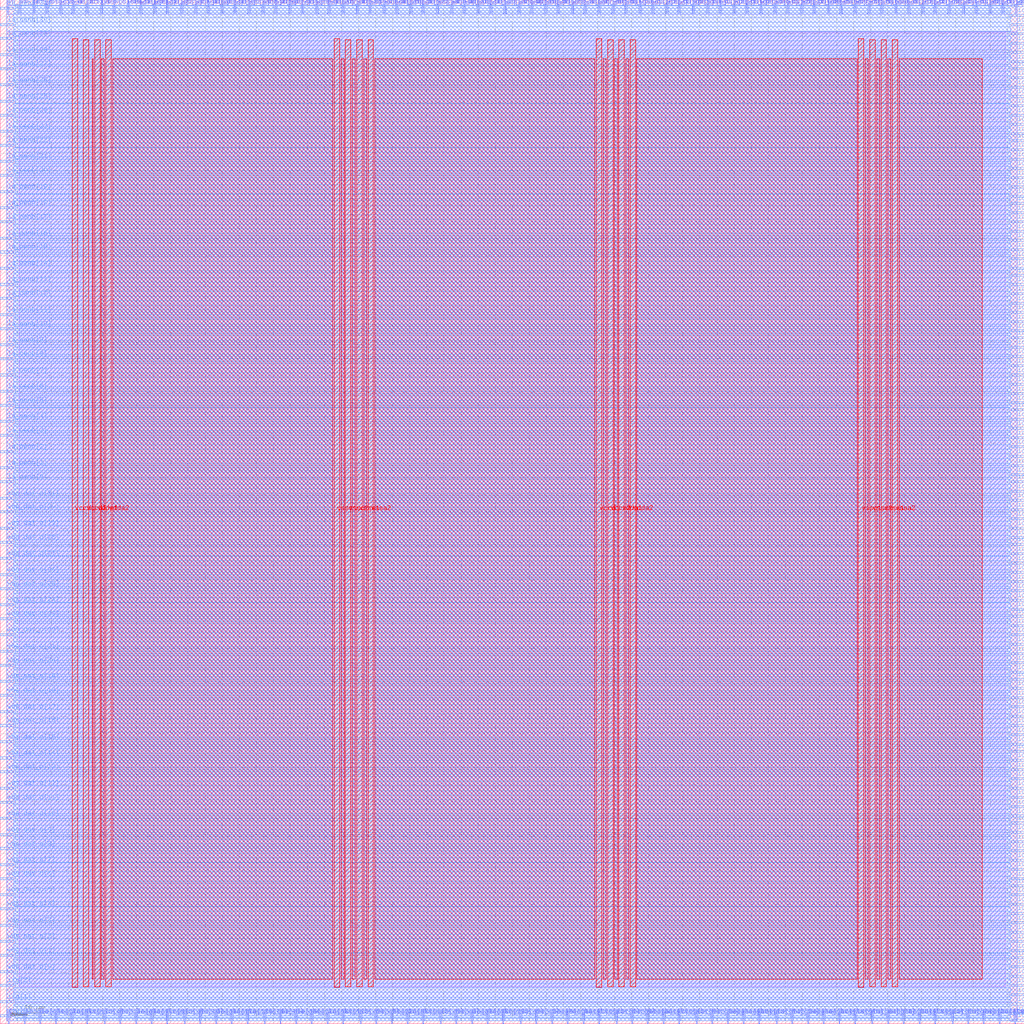
<source format=lef>
VERSION 5.7 ;
  NOWIREEXTENSIONATPIN ON ;
  DIVIDERCHAR "/" ;
  BUSBITCHARS "[]" ;
MACRO wrapped_project
  CLASS BLOCK ;
  FOREIGN wrapped_project ;
  ORIGIN 0.000 0.000 ;
  SIZE 300.000 BY 300.000 ;
  PIN active
    DIRECTION INPUT ;
    USE SIGNAL ;
    PORT
      LAYER met2 ;
        RECT 25.390 296.000 25.670 300.000 ;
    END
  END active
  PIN io_in[0]
    DIRECTION INPUT ;
    USE SIGNAL ;
    PORT
      LAYER met3 ;
        RECT 296.000 0.720 300.000 1.320 ;
    END
  END io_in[0]
  PIN io_in[10]
    DIRECTION INPUT ;
    USE SIGNAL ;
    PORT
      LAYER met3 ;
        RECT 296.000 79.600 300.000 80.200 ;
    END
  END io_in[10]
  PIN io_in[11]
    DIRECTION INPUT ;
    USE SIGNAL ;
    PORT
      LAYER met3 ;
        RECT 296.000 87.080 300.000 87.680 ;
    END
  END io_in[11]
  PIN io_in[12]
    DIRECTION INPUT ;
    USE SIGNAL ;
    PORT
      LAYER met3 ;
        RECT 296.000 95.240 300.000 95.840 ;
    END
  END io_in[12]
  PIN io_in[13]
    DIRECTION INPUT ;
    USE SIGNAL ;
    PORT
      LAYER met3 ;
        RECT 296.000 102.720 300.000 103.320 ;
    END
  END io_in[13]
  PIN io_in[14]
    DIRECTION INPUT ;
    USE SIGNAL ;
    PORT
      LAYER met3 ;
        RECT 296.000 110.880 300.000 111.480 ;
    END
  END io_in[14]
  PIN io_in[15]
    DIRECTION INPUT ;
    USE SIGNAL ;
    PORT
      LAYER met3 ;
        RECT 296.000 119.040 300.000 119.640 ;
    END
  END io_in[15]
  PIN io_in[16]
    DIRECTION INPUT ;
    USE SIGNAL ;
    PORT
      LAYER met3 ;
        RECT 296.000 126.520 300.000 127.120 ;
    END
  END io_in[16]
  PIN io_in[17]
    DIRECTION INPUT ;
    USE SIGNAL ;
    PORT
      LAYER met3 ;
        RECT 296.000 134.680 300.000 135.280 ;
    END
  END io_in[17]
  PIN io_in[18]
    DIRECTION INPUT ;
    USE SIGNAL ;
    PORT
      LAYER met3 ;
        RECT 296.000 142.160 300.000 142.760 ;
    END
  END io_in[18]
  PIN io_in[19]
    DIRECTION INPUT ;
    USE SIGNAL ;
    PORT
      LAYER met3 ;
        RECT 296.000 150.320 300.000 150.920 ;
    END
  END io_in[19]
  PIN io_in[1]
    DIRECTION INPUT ;
    USE SIGNAL ;
    PORT
      LAYER met3 ;
        RECT 296.000 8.200 300.000 8.800 ;
    END
  END io_in[1]
  PIN io_in[20]
    DIRECTION INPUT ;
    USE SIGNAL ;
    PORT
      LAYER met3 ;
        RECT 296.000 158.480 300.000 159.080 ;
    END
  END io_in[20]
  PIN io_in[21]
    DIRECTION INPUT ;
    USE SIGNAL ;
    PORT
      LAYER met3 ;
        RECT 296.000 165.960 300.000 166.560 ;
    END
  END io_in[21]
  PIN io_in[22]
    DIRECTION INPUT ;
    USE SIGNAL ;
    PORT
      LAYER met3 ;
        RECT 296.000 174.120 300.000 174.720 ;
    END
  END io_in[22]
  PIN io_in[23]
    DIRECTION INPUT ;
    USE SIGNAL ;
    PORT
      LAYER met3 ;
        RECT 296.000 181.600 300.000 182.200 ;
    END
  END io_in[23]
  PIN io_in[24]
    DIRECTION INPUT ;
    USE SIGNAL ;
    PORT
      LAYER met3 ;
        RECT 296.000 189.760 300.000 190.360 ;
    END
  END io_in[24]
  PIN io_in[25]
    DIRECTION INPUT ;
    USE SIGNAL ;
    PORT
      LAYER met3 ;
        RECT 296.000 197.920 300.000 198.520 ;
    END
  END io_in[25]
  PIN io_in[26]
    DIRECTION INPUT ;
    USE SIGNAL ;
    PORT
      LAYER met3 ;
        RECT 296.000 205.400 300.000 206.000 ;
    END
  END io_in[26]
  PIN io_in[27]
    DIRECTION INPUT ;
    USE SIGNAL ;
    PORT
      LAYER met3 ;
        RECT 296.000 213.560 300.000 214.160 ;
    END
  END io_in[27]
  PIN io_in[28]
    DIRECTION INPUT ;
    USE SIGNAL ;
    PORT
      LAYER met3 ;
        RECT 296.000 221.040 300.000 221.640 ;
    END
  END io_in[28]
  PIN io_in[29]
    DIRECTION INPUT ;
    USE SIGNAL ;
    PORT
      LAYER met3 ;
        RECT 296.000 229.200 300.000 229.800 ;
    END
  END io_in[29]
  PIN io_in[2]
    DIRECTION INPUT ;
    USE SIGNAL ;
    PORT
      LAYER met3 ;
        RECT 296.000 16.360 300.000 16.960 ;
    END
  END io_in[2]
  PIN io_in[30]
    DIRECTION INPUT ;
    USE SIGNAL ;
    PORT
      LAYER met3 ;
        RECT 296.000 237.360 300.000 237.960 ;
    END
  END io_in[30]
  PIN io_in[31]
    DIRECTION INPUT ;
    USE SIGNAL ;
    PORT
      LAYER met3 ;
        RECT 296.000 244.840 300.000 245.440 ;
    END
  END io_in[31]
  PIN io_in[32]
    DIRECTION INPUT ;
    USE SIGNAL ;
    PORT
      LAYER met3 ;
        RECT 296.000 253.000 300.000 253.600 ;
    END
  END io_in[32]
  PIN io_in[33]
    DIRECTION INPUT ;
    USE SIGNAL ;
    PORT
      LAYER met3 ;
        RECT 296.000 260.480 300.000 261.080 ;
    END
  END io_in[33]
  PIN io_in[34]
    DIRECTION INPUT ;
    USE SIGNAL ;
    PORT
      LAYER met3 ;
        RECT 296.000 268.640 300.000 269.240 ;
    END
  END io_in[34]
  PIN io_in[35]
    DIRECTION INPUT ;
    USE SIGNAL ;
    PORT
      LAYER met3 ;
        RECT 296.000 276.800 300.000 277.400 ;
    END
  END io_in[35]
  PIN io_in[36]
    DIRECTION INPUT ;
    USE SIGNAL ;
    PORT
      LAYER met3 ;
        RECT 296.000 284.280 300.000 284.880 ;
    END
  END io_in[36]
  PIN io_in[37]
    DIRECTION INPUT ;
    USE SIGNAL ;
    PORT
      LAYER met3 ;
        RECT 296.000 292.440 300.000 293.040 ;
    END
  END io_in[37]
  PIN io_in[3]
    DIRECTION INPUT ;
    USE SIGNAL ;
    PORT
      LAYER met3 ;
        RECT 296.000 23.840 300.000 24.440 ;
    END
  END io_in[3]
  PIN io_in[4]
    DIRECTION INPUT ;
    USE SIGNAL ;
    PORT
      LAYER met3 ;
        RECT 296.000 32.000 300.000 32.600 ;
    END
  END io_in[4]
  PIN io_in[5]
    DIRECTION INPUT ;
    USE SIGNAL ;
    PORT
      LAYER met3 ;
        RECT 296.000 40.160 300.000 40.760 ;
    END
  END io_in[5]
  PIN io_in[6]
    DIRECTION INPUT ;
    USE SIGNAL ;
    PORT
      LAYER met3 ;
        RECT 296.000 47.640 300.000 48.240 ;
    END
  END io_in[6]
  PIN io_in[7]
    DIRECTION INPUT ;
    USE SIGNAL ;
    PORT
      LAYER met3 ;
        RECT 296.000 55.800 300.000 56.400 ;
    END
  END io_in[7]
  PIN io_in[8]
    DIRECTION INPUT ;
    USE SIGNAL ;
    PORT
      LAYER met3 ;
        RECT 296.000 63.280 300.000 63.880 ;
    END
  END io_in[8]
  PIN io_in[9]
    DIRECTION INPUT ;
    USE SIGNAL ;
    PORT
      LAYER met3 ;
        RECT 296.000 71.440 300.000 72.040 ;
    END
  END io_in[9]
  PIN io_oeb[0]
    DIRECTION OUTPUT TRISTATE ;
    USE SIGNAL ;
    PORT
      LAYER met3 ;
        RECT 296.000 5.480 300.000 6.080 ;
    END
  END io_oeb[0]
  PIN io_oeb[10]
    DIRECTION OUTPUT TRISTATE ;
    USE SIGNAL ;
    PORT
      LAYER met3 ;
        RECT 296.000 84.360 300.000 84.960 ;
    END
  END io_oeb[10]
  PIN io_oeb[11]
    DIRECTION OUTPUT TRISTATE ;
    USE SIGNAL ;
    PORT
      LAYER met3 ;
        RECT 296.000 92.520 300.000 93.120 ;
    END
  END io_oeb[11]
  PIN io_oeb[12]
    DIRECTION OUTPUT TRISTATE ;
    USE SIGNAL ;
    PORT
      LAYER met3 ;
        RECT 296.000 100.680 300.000 101.280 ;
    END
  END io_oeb[12]
  PIN io_oeb[13]
    DIRECTION OUTPUT TRISTATE ;
    USE SIGNAL ;
    PORT
      LAYER met3 ;
        RECT 296.000 108.160 300.000 108.760 ;
    END
  END io_oeb[13]
  PIN io_oeb[14]
    DIRECTION OUTPUT TRISTATE ;
    USE SIGNAL ;
    PORT
      LAYER met3 ;
        RECT 296.000 116.320 300.000 116.920 ;
    END
  END io_oeb[14]
  PIN io_oeb[15]
    DIRECTION OUTPUT TRISTATE ;
    USE SIGNAL ;
    PORT
      LAYER met3 ;
        RECT 296.000 123.800 300.000 124.400 ;
    END
  END io_oeb[15]
  PIN io_oeb[16]
    DIRECTION OUTPUT TRISTATE ;
    USE SIGNAL ;
    PORT
      LAYER met3 ;
        RECT 296.000 131.960 300.000 132.560 ;
    END
  END io_oeb[16]
  PIN io_oeb[17]
    DIRECTION OUTPUT TRISTATE ;
    USE SIGNAL ;
    PORT
      LAYER met3 ;
        RECT 296.000 140.120 300.000 140.720 ;
    END
  END io_oeb[17]
  PIN io_oeb[18]
    DIRECTION OUTPUT TRISTATE ;
    USE SIGNAL ;
    PORT
      LAYER met3 ;
        RECT 296.000 147.600 300.000 148.200 ;
    END
  END io_oeb[18]
  PIN io_oeb[19]
    DIRECTION OUTPUT TRISTATE ;
    USE SIGNAL ;
    PORT
      LAYER met3 ;
        RECT 296.000 155.760 300.000 156.360 ;
    END
  END io_oeb[19]
  PIN io_oeb[1]
    DIRECTION OUTPUT TRISTATE ;
    USE SIGNAL ;
    PORT
      LAYER met3 ;
        RECT 296.000 13.640 300.000 14.240 ;
    END
  END io_oeb[1]
  PIN io_oeb[20]
    DIRECTION OUTPUT TRISTATE ;
    USE SIGNAL ;
    PORT
      LAYER met3 ;
        RECT 296.000 163.240 300.000 163.840 ;
    END
  END io_oeb[20]
  PIN io_oeb[21]
    DIRECTION OUTPUT TRISTATE ;
    USE SIGNAL ;
    PORT
      LAYER met3 ;
        RECT 296.000 171.400 300.000 172.000 ;
    END
  END io_oeb[21]
  PIN io_oeb[22]
    DIRECTION OUTPUT TRISTATE ;
    USE SIGNAL ;
    PORT
      LAYER met3 ;
        RECT 296.000 179.560 300.000 180.160 ;
    END
  END io_oeb[22]
  PIN io_oeb[23]
    DIRECTION OUTPUT TRISTATE ;
    USE SIGNAL ;
    PORT
      LAYER met3 ;
        RECT 296.000 187.040 300.000 187.640 ;
    END
  END io_oeb[23]
  PIN io_oeb[24]
    DIRECTION OUTPUT TRISTATE ;
    USE SIGNAL ;
    PORT
      LAYER met3 ;
        RECT 296.000 195.200 300.000 195.800 ;
    END
  END io_oeb[24]
  PIN io_oeb[25]
    DIRECTION OUTPUT TRISTATE ;
    USE SIGNAL ;
    PORT
      LAYER met3 ;
        RECT 296.000 202.680 300.000 203.280 ;
    END
  END io_oeb[25]
  PIN io_oeb[26]
    DIRECTION OUTPUT TRISTATE ;
    USE SIGNAL ;
    PORT
      LAYER met3 ;
        RECT 296.000 210.840 300.000 211.440 ;
    END
  END io_oeb[26]
  PIN io_oeb[27]
    DIRECTION OUTPUT TRISTATE ;
    USE SIGNAL ;
    PORT
      LAYER met3 ;
        RECT 296.000 219.000 300.000 219.600 ;
    END
  END io_oeb[27]
  PIN io_oeb[28]
    DIRECTION OUTPUT TRISTATE ;
    USE SIGNAL ;
    PORT
      LAYER met3 ;
        RECT 296.000 226.480 300.000 227.080 ;
    END
  END io_oeb[28]
  PIN io_oeb[29]
    DIRECTION OUTPUT TRISTATE ;
    USE SIGNAL ;
    PORT
      LAYER met3 ;
        RECT 296.000 234.640 300.000 235.240 ;
    END
  END io_oeb[29]
  PIN io_oeb[2]
    DIRECTION OUTPUT TRISTATE ;
    USE SIGNAL ;
    PORT
      LAYER met3 ;
        RECT 296.000 21.120 300.000 21.720 ;
    END
  END io_oeb[2]
  PIN io_oeb[30]
    DIRECTION OUTPUT TRISTATE ;
    USE SIGNAL ;
    PORT
      LAYER met3 ;
        RECT 296.000 242.120 300.000 242.720 ;
    END
  END io_oeb[30]
  PIN io_oeb[31]
    DIRECTION OUTPUT TRISTATE ;
    USE SIGNAL ;
    PORT
      LAYER met3 ;
        RECT 296.000 250.280 300.000 250.880 ;
    END
  END io_oeb[31]
  PIN io_oeb[32]
    DIRECTION OUTPUT TRISTATE ;
    USE SIGNAL ;
    PORT
      LAYER met3 ;
        RECT 296.000 258.440 300.000 259.040 ;
    END
  END io_oeb[32]
  PIN io_oeb[33]
    DIRECTION OUTPUT TRISTATE ;
    USE SIGNAL ;
    PORT
      LAYER met3 ;
        RECT 296.000 265.920 300.000 266.520 ;
    END
  END io_oeb[33]
  PIN io_oeb[34]
    DIRECTION OUTPUT TRISTATE ;
    USE SIGNAL ;
    PORT
      LAYER met3 ;
        RECT 296.000 274.080 300.000 274.680 ;
    END
  END io_oeb[34]
  PIN io_oeb[35]
    DIRECTION OUTPUT TRISTATE ;
    USE SIGNAL ;
    PORT
      LAYER met3 ;
        RECT 296.000 281.560 300.000 282.160 ;
    END
  END io_oeb[35]
  PIN io_oeb[36]
    DIRECTION OUTPUT TRISTATE ;
    USE SIGNAL ;
    PORT
      LAYER met3 ;
        RECT 296.000 289.720 300.000 290.320 ;
    END
  END io_oeb[36]
  PIN io_oeb[37]
    DIRECTION OUTPUT TRISTATE ;
    USE SIGNAL ;
    PORT
      LAYER met3 ;
        RECT 296.000 297.880 300.000 298.480 ;
    END
  END io_oeb[37]
  PIN io_oeb[3]
    DIRECTION OUTPUT TRISTATE ;
    USE SIGNAL ;
    PORT
      LAYER met3 ;
        RECT 296.000 29.280 300.000 29.880 ;
    END
  END io_oeb[3]
  PIN io_oeb[4]
    DIRECTION OUTPUT TRISTATE ;
    USE SIGNAL ;
    PORT
      LAYER met3 ;
        RECT 296.000 37.440 300.000 38.040 ;
    END
  END io_oeb[4]
  PIN io_oeb[5]
    DIRECTION OUTPUT TRISTATE ;
    USE SIGNAL ;
    PORT
      LAYER met3 ;
        RECT 296.000 44.920 300.000 45.520 ;
    END
  END io_oeb[5]
  PIN io_oeb[6]
    DIRECTION OUTPUT TRISTATE ;
    USE SIGNAL ;
    PORT
      LAYER met3 ;
        RECT 296.000 53.080 300.000 53.680 ;
    END
  END io_oeb[6]
  PIN io_oeb[7]
    DIRECTION OUTPUT TRISTATE ;
    USE SIGNAL ;
    PORT
      LAYER met3 ;
        RECT 296.000 60.560 300.000 61.160 ;
    END
  END io_oeb[7]
  PIN io_oeb[8]
    DIRECTION OUTPUT TRISTATE ;
    USE SIGNAL ;
    PORT
      LAYER met3 ;
        RECT 296.000 68.720 300.000 69.320 ;
    END
  END io_oeb[8]
  PIN io_oeb[9]
    DIRECTION OUTPUT TRISTATE ;
    USE SIGNAL ;
    PORT
      LAYER met3 ;
        RECT 296.000 76.880 300.000 77.480 ;
    END
  END io_oeb[9]
  PIN io_out[0]
    DIRECTION OUTPUT TRISTATE ;
    USE SIGNAL ;
    PORT
      LAYER met3 ;
        RECT 296.000 2.760 300.000 3.360 ;
    END
  END io_out[0]
  PIN io_out[10]
    DIRECTION OUTPUT TRISTATE ;
    USE SIGNAL ;
    PORT
      LAYER met3 ;
        RECT 296.000 81.640 300.000 82.240 ;
    END
  END io_out[10]
  PIN io_out[11]
    DIRECTION OUTPUT TRISTATE ;
    USE SIGNAL ;
    PORT
      LAYER met3 ;
        RECT 296.000 89.800 300.000 90.400 ;
    END
  END io_out[11]
  PIN io_out[12]
    DIRECTION OUTPUT TRISTATE ;
    USE SIGNAL ;
    PORT
      LAYER met3 ;
        RECT 296.000 97.960 300.000 98.560 ;
    END
  END io_out[12]
  PIN io_out[13]
    DIRECTION OUTPUT TRISTATE ;
    USE SIGNAL ;
    PORT
      LAYER met3 ;
        RECT 296.000 105.440 300.000 106.040 ;
    END
  END io_out[13]
  PIN io_out[14]
    DIRECTION OUTPUT TRISTATE ;
    USE SIGNAL ;
    PORT
      LAYER met3 ;
        RECT 296.000 113.600 300.000 114.200 ;
    END
  END io_out[14]
  PIN io_out[15]
    DIRECTION OUTPUT TRISTATE ;
    USE SIGNAL ;
    PORT
      LAYER met3 ;
        RECT 296.000 121.080 300.000 121.680 ;
    END
  END io_out[15]
  PIN io_out[16]
    DIRECTION OUTPUT TRISTATE ;
    USE SIGNAL ;
    PORT
      LAYER met3 ;
        RECT 296.000 129.240 300.000 129.840 ;
    END
  END io_out[16]
  PIN io_out[17]
    DIRECTION OUTPUT TRISTATE ;
    USE SIGNAL ;
    PORT
      LAYER met3 ;
        RECT 296.000 137.400 300.000 138.000 ;
    END
  END io_out[17]
  PIN io_out[18]
    DIRECTION OUTPUT TRISTATE ;
    USE SIGNAL ;
    PORT
      LAYER met3 ;
        RECT 296.000 144.880 300.000 145.480 ;
    END
  END io_out[18]
  PIN io_out[19]
    DIRECTION OUTPUT TRISTATE ;
    USE SIGNAL ;
    PORT
      LAYER met3 ;
        RECT 296.000 153.040 300.000 153.640 ;
    END
  END io_out[19]
  PIN io_out[1]
    DIRECTION OUTPUT TRISTATE ;
    USE SIGNAL ;
    PORT
      LAYER met3 ;
        RECT 296.000 10.920 300.000 11.520 ;
    END
  END io_out[1]
  PIN io_out[20]
    DIRECTION OUTPUT TRISTATE ;
    USE SIGNAL ;
    PORT
      LAYER met3 ;
        RECT 296.000 160.520 300.000 161.120 ;
    END
  END io_out[20]
  PIN io_out[21]
    DIRECTION OUTPUT TRISTATE ;
    USE SIGNAL ;
    PORT
      LAYER met3 ;
        RECT 296.000 168.680 300.000 169.280 ;
    END
  END io_out[21]
  PIN io_out[22]
    DIRECTION OUTPUT TRISTATE ;
    USE SIGNAL ;
    PORT
      LAYER met3 ;
        RECT 296.000 176.840 300.000 177.440 ;
    END
  END io_out[22]
  PIN io_out[23]
    DIRECTION OUTPUT TRISTATE ;
    USE SIGNAL ;
    PORT
      LAYER met3 ;
        RECT 296.000 184.320 300.000 184.920 ;
    END
  END io_out[23]
  PIN io_out[24]
    DIRECTION OUTPUT TRISTATE ;
    USE SIGNAL ;
    PORT
      LAYER met3 ;
        RECT 296.000 192.480 300.000 193.080 ;
    END
  END io_out[24]
  PIN io_out[25]
    DIRECTION OUTPUT TRISTATE ;
    USE SIGNAL ;
    PORT
      LAYER met3 ;
        RECT 296.000 200.640 300.000 201.240 ;
    END
  END io_out[25]
  PIN io_out[26]
    DIRECTION OUTPUT TRISTATE ;
    USE SIGNAL ;
    PORT
      LAYER met3 ;
        RECT 296.000 208.120 300.000 208.720 ;
    END
  END io_out[26]
  PIN io_out[27]
    DIRECTION OUTPUT TRISTATE ;
    USE SIGNAL ;
    PORT
      LAYER met3 ;
        RECT 296.000 216.280 300.000 216.880 ;
    END
  END io_out[27]
  PIN io_out[28]
    DIRECTION OUTPUT TRISTATE ;
    USE SIGNAL ;
    PORT
      LAYER met3 ;
        RECT 296.000 223.760 300.000 224.360 ;
    END
  END io_out[28]
  PIN io_out[29]
    DIRECTION OUTPUT TRISTATE ;
    USE SIGNAL ;
    PORT
      LAYER met3 ;
        RECT 296.000 231.920 300.000 232.520 ;
    END
  END io_out[29]
  PIN io_out[2]
    DIRECTION OUTPUT TRISTATE ;
    USE SIGNAL ;
    PORT
      LAYER met3 ;
        RECT 296.000 19.080 300.000 19.680 ;
    END
  END io_out[2]
  PIN io_out[30]
    DIRECTION OUTPUT TRISTATE ;
    USE SIGNAL ;
    PORT
      LAYER met3 ;
        RECT 296.000 240.080 300.000 240.680 ;
    END
  END io_out[30]
  PIN io_out[31]
    DIRECTION OUTPUT TRISTATE ;
    USE SIGNAL ;
    PORT
      LAYER met3 ;
        RECT 296.000 247.560 300.000 248.160 ;
    END
  END io_out[31]
  PIN io_out[32]
    DIRECTION OUTPUT TRISTATE ;
    USE SIGNAL ;
    PORT
      LAYER met3 ;
        RECT 296.000 255.720 300.000 256.320 ;
    END
  END io_out[32]
  PIN io_out[33]
    DIRECTION OUTPUT TRISTATE ;
    USE SIGNAL ;
    PORT
      LAYER met3 ;
        RECT 296.000 263.200 300.000 263.800 ;
    END
  END io_out[33]
  PIN io_out[34]
    DIRECTION OUTPUT TRISTATE ;
    USE SIGNAL ;
    PORT
      LAYER met3 ;
        RECT 296.000 271.360 300.000 271.960 ;
    END
  END io_out[34]
  PIN io_out[35]
    DIRECTION OUTPUT TRISTATE ;
    USE SIGNAL ;
    PORT
      LAYER met3 ;
        RECT 296.000 279.520 300.000 280.120 ;
    END
  END io_out[35]
  PIN io_out[36]
    DIRECTION OUTPUT TRISTATE ;
    USE SIGNAL ;
    PORT
      LAYER met3 ;
        RECT 296.000 287.000 300.000 287.600 ;
    END
  END io_out[36]
  PIN io_out[37]
    DIRECTION OUTPUT TRISTATE ;
    USE SIGNAL ;
    PORT
      LAYER met3 ;
        RECT 296.000 295.160 300.000 295.760 ;
    END
  END io_out[37]
  PIN io_out[3]
    DIRECTION OUTPUT TRISTATE ;
    USE SIGNAL ;
    PORT
      LAYER met3 ;
        RECT 296.000 26.560 300.000 27.160 ;
    END
  END io_out[3]
  PIN io_out[4]
    DIRECTION OUTPUT TRISTATE ;
    USE SIGNAL ;
    PORT
      LAYER met3 ;
        RECT 296.000 34.720 300.000 35.320 ;
    END
  END io_out[4]
  PIN io_out[5]
    DIRECTION OUTPUT TRISTATE ;
    USE SIGNAL ;
    PORT
      LAYER met3 ;
        RECT 296.000 42.200 300.000 42.800 ;
    END
  END io_out[5]
  PIN io_out[6]
    DIRECTION OUTPUT TRISTATE ;
    USE SIGNAL ;
    PORT
      LAYER met3 ;
        RECT 296.000 50.360 300.000 50.960 ;
    END
  END io_out[6]
  PIN io_out[7]
    DIRECTION OUTPUT TRISTATE ;
    USE SIGNAL ;
    PORT
      LAYER met3 ;
        RECT 296.000 58.520 300.000 59.120 ;
    END
  END io_out[7]
  PIN io_out[8]
    DIRECTION OUTPUT TRISTATE ;
    USE SIGNAL ;
    PORT
      LAYER met3 ;
        RECT 296.000 66.000 300.000 66.600 ;
    END
  END io_out[8]
  PIN io_out[9]
    DIRECTION OUTPUT TRISTATE ;
    USE SIGNAL ;
    PORT
      LAYER met3 ;
        RECT 296.000 74.160 300.000 74.760 ;
    END
  END io_out[9]
  PIN irq[0]
    DIRECTION OUTPUT TRISTATE ;
    USE SIGNAL ;
    PORT
      LAYER met3 ;
        RECT 0.000 2.080 4.000 2.680 ;
    END
  END irq[0]
  PIN irq[1]
    DIRECTION OUTPUT TRISTATE ;
    USE SIGNAL ;
    PORT
      LAYER met3 ;
        RECT 0.000 6.160 4.000 6.760 ;
    END
  END irq[1]
  PIN irq[2]
    DIRECTION OUTPUT TRISTATE ;
    USE SIGNAL ;
    PORT
      LAYER met3 ;
        RECT 0.000 10.920 4.000 11.520 ;
    END
  END irq[2]
  PIN la_data_in[0]
    DIRECTION INPUT ;
    USE SIGNAL ;
    PORT
      LAYER met2 ;
        RECT 2.390 0.000 2.670 4.000 ;
    END
  END la_data_in[0]
  PIN la_data_in[10]
    DIRECTION INPUT ;
    USE SIGNAL ;
    PORT
      LAYER met2 ;
        RECT 48.850 0.000 49.130 4.000 ;
    END
  END la_data_in[10]
  PIN la_data_in[11]
    DIRECTION INPUT ;
    USE SIGNAL ;
    PORT
      LAYER met2 ;
        RECT 53.910 0.000 54.190 4.000 ;
    END
  END la_data_in[11]
  PIN la_data_in[12]
    DIRECTION INPUT ;
    USE SIGNAL ;
    PORT
      LAYER met2 ;
        RECT 58.510 0.000 58.790 4.000 ;
    END
  END la_data_in[12]
  PIN la_data_in[13]
    DIRECTION INPUT ;
    USE SIGNAL ;
    PORT
      LAYER met2 ;
        RECT 63.110 0.000 63.390 4.000 ;
    END
  END la_data_in[13]
  PIN la_data_in[14]
    DIRECTION INPUT ;
    USE SIGNAL ;
    PORT
      LAYER met2 ;
        RECT 67.710 0.000 67.990 4.000 ;
    END
  END la_data_in[14]
  PIN la_data_in[15]
    DIRECTION INPUT ;
    USE SIGNAL ;
    PORT
      LAYER met2 ;
        RECT 72.310 0.000 72.590 4.000 ;
    END
  END la_data_in[15]
  PIN la_data_in[16]
    DIRECTION INPUT ;
    USE SIGNAL ;
    PORT
      LAYER met2 ;
        RECT 77.370 0.000 77.650 4.000 ;
    END
  END la_data_in[16]
  PIN la_data_in[17]
    DIRECTION INPUT ;
    USE SIGNAL ;
    PORT
      LAYER met2 ;
        RECT 81.970 0.000 82.250 4.000 ;
    END
  END la_data_in[17]
  PIN la_data_in[18]
    DIRECTION INPUT ;
    USE SIGNAL ;
    PORT
      LAYER met2 ;
        RECT 86.570 0.000 86.850 4.000 ;
    END
  END la_data_in[18]
  PIN la_data_in[19]
    DIRECTION INPUT ;
    USE SIGNAL ;
    PORT
      LAYER met2 ;
        RECT 91.170 0.000 91.450 4.000 ;
    END
  END la_data_in[19]
  PIN la_data_in[1]
    DIRECTION INPUT ;
    USE SIGNAL ;
    PORT
      LAYER met2 ;
        RECT 6.990 0.000 7.270 4.000 ;
    END
  END la_data_in[1]
  PIN la_data_in[20]
    DIRECTION INPUT ;
    USE SIGNAL ;
    PORT
      LAYER met2 ;
        RECT 95.770 0.000 96.050 4.000 ;
    END
  END la_data_in[20]
  PIN la_data_in[21]
    DIRECTION INPUT ;
    USE SIGNAL ;
    PORT
      LAYER met2 ;
        RECT 100.370 0.000 100.650 4.000 ;
    END
  END la_data_in[21]
  PIN la_data_in[22]
    DIRECTION INPUT ;
    USE SIGNAL ;
    PORT
      LAYER met2 ;
        RECT 105.430 0.000 105.710 4.000 ;
    END
  END la_data_in[22]
  PIN la_data_in[23]
    DIRECTION INPUT ;
    USE SIGNAL ;
    PORT
      LAYER met2 ;
        RECT 110.030 0.000 110.310 4.000 ;
    END
  END la_data_in[23]
  PIN la_data_in[24]
    DIRECTION INPUT ;
    USE SIGNAL ;
    PORT
      LAYER met2 ;
        RECT 114.630 0.000 114.910 4.000 ;
    END
  END la_data_in[24]
  PIN la_data_in[25]
    DIRECTION INPUT ;
    USE SIGNAL ;
    PORT
      LAYER met2 ;
        RECT 119.230 0.000 119.510 4.000 ;
    END
  END la_data_in[25]
  PIN la_data_in[26]
    DIRECTION INPUT ;
    USE SIGNAL ;
    PORT
      LAYER met2 ;
        RECT 123.830 0.000 124.110 4.000 ;
    END
  END la_data_in[26]
  PIN la_data_in[27]
    DIRECTION INPUT ;
    USE SIGNAL ;
    PORT
      LAYER met2 ;
        RECT 128.890 0.000 129.170 4.000 ;
    END
  END la_data_in[27]
  PIN la_data_in[28]
    DIRECTION INPUT ;
    USE SIGNAL ;
    PORT
      LAYER met2 ;
        RECT 133.490 0.000 133.770 4.000 ;
    END
  END la_data_in[28]
  PIN la_data_in[29]
    DIRECTION INPUT ;
    USE SIGNAL ;
    PORT
      LAYER met2 ;
        RECT 138.090 0.000 138.370 4.000 ;
    END
  END la_data_in[29]
  PIN la_data_in[2]
    DIRECTION INPUT ;
    USE SIGNAL ;
    PORT
      LAYER met2 ;
        RECT 11.590 0.000 11.870 4.000 ;
    END
  END la_data_in[2]
  PIN la_data_in[30]
    DIRECTION INPUT ;
    USE SIGNAL ;
    PORT
      LAYER met2 ;
        RECT 142.690 0.000 142.970 4.000 ;
    END
  END la_data_in[30]
  PIN la_data_in[31]
    DIRECTION INPUT ;
    USE SIGNAL ;
    PORT
      LAYER met2 ;
        RECT 147.290 0.000 147.570 4.000 ;
    END
  END la_data_in[31]
  PIN la_data_in[3]
    DIRECTION INPUT ;
    USE SIGNAL ;
    PORT
      LAYER met2 ;
        RECT 16.190 0.000 16.470 4.000 ;
    END
  END la_data_in[3]
  PIN la_data_in[4]
    DIRECTION INPUT ;
    USE SIGNAL ;
    PORT
      LAYER met2 ;
        RECT 20.790 0.000 21.070 4.000 ;
    END
  END la_data_in[4]
  PIN la_data_in[5]
    DIRECTION INPUT ;
    USE SIGNAL ;
    PORT
      LAYER met2 ;
        RECT 25.390 0.000 25.670 4.000 ;
    END
  END la_data_in[5]
  PIN la_data_in[6]
    DIRECTION INPUT ;
    USE SIGNAL ;
    PORT
      LAYER met2 ;
        RECT 30.450 0.000 30.730 4.000 ;
    END
  END la_data_in[6]
  PIN la_data_in[7]
    DIRECTION INPUT ;
    USE SIGNAL ;
    PORT
      LAYER met2 ;
        RECT 35.050 0.000 35.330 4.000 ;
    END
  END la_data_in[7]
  PIN la_data_in[8]
    DIRECTION INPUT ;
    USE SIGNAL ;
    PORT
      LAYER met2 ;
        RECT 39.650 0.000 39.930 4.000 ;
    END
  END la_data_in[8]
  PIN la_data_in[9]
    DIRECTION INPUT ;
    USE SIGNAL ;
    PORT
      LAYER met2 ;
        RECT 44.250 0.000 44.530 4.000 ;
    END
  END la_data_in[9]
  PIN la_data_out[0]
    DIRECTION OUTPUT TRISTATE ;
    USE SIGNAL ;
    PORT
      LAYER met2 ;
        RECT 152.350 0.000 152.630 4.000 ;
    END
  END la_data_out[0]
  PIN la_data_out[10]
    DIRECTION OUTPUT TRISTATE ;
    USE SIGNAL ;
    PORT
      LAYER met2 ;
        RECT 198.810 0.000 199.090 4.000 ;
    END
  END la_data_out[10]
  PIN la_data_out[11]
    DIRECTION OUTPUT TRISTATE ;
    USE SIGNAL ;
    PORT
      LAYER met2 ;
        RECT 203.870 0.000 204.150 4.000 ;
    END
  END la_data_out[11]
  PIN la_data_out[12]
    DIRECTION OUTPUT TRISTATE ;
    USE SIGNAL ;
    PORT
      LAYER met2 ;
        RECT 208.470 0.000 208.750 4.000 ;
    END
  END la_data_out[12]
  PIN la_data_out[13]
    DIRECTION OUTPUT TRISTATE ;
    USE SIGNAL ;
    PORT
      LAYER met2 ;
        RECT 213.070 0.000 213.350 4.000 ;
    END
  END la_data_out[13]
  PIN la_data_out[14]
    DIRECTION OUTPUT TRISTATE ;
    USE SIGNAL ;
    PORT
      LAYER met2 ;
        RECT 217.670 0.000 217.950 4.000 ;
    END
  END la_data_out[14]
  PIN la_data_out[15]
    DIRECTION OUTPUT TRISTATE ;
    USE SIGNAL ;
    PORT
      LAYER met2 ;
        RECT 222.270 0.000 222.550 4.000 ;
    END
  END la_data_out[15]
  PIN la_data_out[16]
    DIRECTION OUTPUT TRISTATE ;
    USE SIGNAL ;
    PORT
      LAYER met2 ;
        RECT 227.330 0.000 227.610 4.000 ;
    END
  END la_data_out[16]
  PIN la_data_out[17]
    DIRECTION OUTPUT TRISTATE ;
    USE SIGNAL ;
    PORT
      LAYER met2 ;
        RECT 231.930 0.000 232.210 4.000 ;
    END
  END la_data_out[17]
  PIN la_data_out[18]
    DIRECTION OUTPUT TRISTATE ;
    USE SIGNAL ;
    PORT
      LAYER met2 ;
        RECT 236.530 0.000 236.810 4.000 ;
    END
  END la_data_out[18]
  PIN la_data_out[19]
    DIRECTION OUTPUT TRISTATE ;
    USE SIGNAL ;
    PORT
      LAYER met2 ;
        RECT 241.130 0.000 241.410 4.000 ;
    END
  END la_data_out[19]
  PIN la_data_out[1]
    DIRECTION OUTPUT TRISTATE ;
    USE SIGNAL ;
    PORT
      LAYER met2 ;
        RECT 156.950 0.000 157.230 4.000 ;
    END
  END la_data_out[1]
  PIN la_data_out[20]
    DIRECTION OUTPUT TRISTATE ;
    USE SIGNAL ;
    PORT
      LAYER met2 ;
        RECT 245.730 0.000 246.010 4.000 ;
    END
  END la_data_out[20]
  PIN la_data_out[21]
    DIRECTION OUTPUT TRISTATE ;
    USE SIGNAL ;
    PORT
      LAYER met2 ;
        RECT 250.330 0.000 250.610 4.000 ;
    END
  END la_data_out[21]
  PIN la_data_out[22]
    DIRECTION OUTPUT TRISTATE ;
    USE SIGNAL ;
    PORT
      LAYER met2 ;
        RECT 255.390 0.000 255.670 4.000 ;
    END
  END la_data_out[22]
  PIN la_data_out[23]
    DIRECTION OUTPUT TRISTATE ;
    USE SIGNAL ;
    PORT
      LAYER met2 ;
        RECT 259.990 0.000 260.270 4.000 ;
    END
  END la_data_out[23]
  PIN la_data_out[24]
    DIRECTION OUTPUT TRISTATE ;
    USE SIGNAL ;
    PORT
      LAYER met2 ;
        RECT 264.590 0.000 264.870 4.000 ;
    END
  END la_data_out[24]
  PIN la_data_out[25]
    DIRECTION OUTPUT TRISTATE ;
    USE SIGNAL ;
    PORT
      LAYER met2 ;
        RECT 269.190 0.000 269.470 4.000 ;
    END
  END la_data_out[25]
  PIN la_data_out[26]
    DIRECTION OUTPUT TRISTATE ;
    USE SIGNAL ;
    PORT
      LAYER met2 ;
        RECT 273.790 0.000 274.070 4.000 ;
    END
  END la_data_out[26]
  PIN la_data_out[27]
    DIRECTION OUTPUT TRISTATE ;
    USE SIGNAL ;
    PORT
      LAYER met2 ;
        RECT 278.850 0.000 279.130 4.000 ;
    END
  END la_data_out[27]
  PIN la_data_out[28]
    DIRECTION OUTPUT TRISTATE ;
    USE SIGNAL ;
    PORT
      LAYER met2 ;
        RECT 283.450 0.000 283.730 4.000 ;
    END
  END la_data_out[28]
  PIN la_data_out[29]
    DIRECTION OUTPUT TRISTATE ;
    USE SIGNAL ;
    PORT
      LAYER met2 ;
        RECT 288.050 0.000 288.330 4.000 ;
    END
  END la_data_out[29]
  PIN la_data_out[2]
    DIRECTION OUTPUT TRISTATE ;
    USE SIGNAL ;
    PORT
      LAYER met2 ;
        RECT 161.550 0.000 161.830 4.000 ;
    END
  END la_data_out[2]
  PIN la_data_out[30]
    DIRECTION OUTPUT TRISTATE ;
    USE SIGNAL ;
    PORT
      LAYER met2 ;
        RECT 292.650 0.000 292.930 4.000 ;
    END
  END la_data_out[30]
  PIN la_data_out[31]
    DIRECTION OUTPUT TRISTATE ;
    USE SIGNAL ;
    PORT
      LAYER met2 ;
        RECT 297.250 0.000 297.530 4.000 ;
    END
  END la_data_out[31]
  PIN la_data_out[3]
    DIRECTION OUTPUT TRISTATE ;
    USE SIGNAL ;
    PORT
      LAYER met2 ;
        RECT 166.150 0.000 166.430 4.000 ;
    END
  END la_data_out[3]
  PIN la_data_out[4]
    DIRECTION OUTPUT TRISTATE ;
    USE SIGNAL ;
    PORT
      LAYER met2 ;
        RECT 170.750 0.000 171.030 4.000 ;
    END
  END la_data_out[4]
  PIN la_data_out[5]
    DIRECTION OUTPUT TRISTATE ;
    USE SIGNAL ;
    PORT
      LAYER met2 ;
        RECT 175.350 0.000 175.630 4.000 ;
    END
  END la_data_out[5]
  PIN la_data_out[6]
    DIRECTION OUTPUT TRISTATE ;
    USE SIGNAL ;
    PORT
      LAYER met2 ;
        RECT 180.410 0.000 180.690 4.000 ;
    END
  END la_data_out[6]
  PIN la_data_out[7]
    DIRECTION OUTPUT TRISTATE ;
    USE SIGNAL ;
    PORT
      LAYER met2 ;
        RECT 185.010 0.000 185.290 4.000 ;
    END
  END la_data_out[7]
  PIN la_data_out[8]
    DIRECTION OUTPUT TRISTATE ;
    USE SIGNAL ;
    PORT
      LAYER met2 ;
        RECT 189.610 0.000 189.890 4.000 ;
    END
  END la_data_out[8]
  PIN la_data_out[9]
    DIRECTION OUTPUT TRISTATE ;
    USE SIGNAL ;
    PORT
      LAYER met2 ;
        RECT 194.210 0.000 194.490 4.000 ;
    END
  END la_data_out[9]
  PIN la_oenb[0]
    DIRECTION INPUT ;
    USE SIGNAL ;
    PORT
      LAYER met3 ;
        RECT 0.000 158.480 4.000 159.080 ;
    END
  END la_oenb[0]
  PIN la_oenb[10]
    DIRECTION INPUT ;
    USE SIGNAL ;
    PORT
      LAYER met3 ;
        RECT 0.000 203.360 4.000 203.960 ;
    END
  END la_oenb[10]
  PIN la_oenb[11]
    DIRECTION INPUT ;
    USE SIGNAL ;
    PORT
      LAYER met3 ;
        RECT 0.000 207.440 4.000 208.040 ;
    END
  END la_oenb[11]
  PIN la_oenb[12]
    DIRECTION INPUT ;
    USE SIGNAL ;
    PORT
      LAYER met3 ;
        RECT 0.000 212.200 4.000 212.800 ;
    END
  END la_oenb[12]
  PIN la_oenb[13]
    DIRECTION INPUT ;
    USE SIGNAL ;
    PORT
      LAYER met3 ;
        RECT 0.000 216.280 4.000 216.880 ;
    END
  END la_oenb[13]
  PIN la_oenb[14]
    DIRECTION INPUT ;
    USE SIGNAL ;
    PORT
      LAYER met3 ;
        RECT 0.000 221.040 4.000 221.640 ;
    END
  END la_oenb[14]
  PIN la_oenb[15]
    DIRECTION INPUT ;
    USE SIGNAL ;
    PORT
      LAYER met3 ;
        RECT 0.000 225.800 4.000 226.400 ;
    END
  END la_oenb[15]
  PIN la_oenb[16]
    DIRECTION INPUT ;
    USE SIGNAL ;
    PORT
      LAYER met3 ;
        RECT 0.000 229.880 4.000 230.480 ;
    END
  END la_oenb[16]
  PIN la_oenb[17]
    DIRECTION INPUT ;
    USE SIGNAL ;
    PORT
      LAYER met3 ;
        RECT 0.000 234.640 4.000 235.240 ;
    END
  END la_oenb[17]
  PIN la_oenb[18]
    DIRECTION INPUT ;
    USE SIGNAL ;
    PORT
      LAYER met3 ;
        RECT 0.000 238.720 4.000 239.320 ;
    END
  END la_oenb[18]
  PIN la_oenb[19]
    DIRECTION INPUT ;
    USE SIGNAL ;
    PORT
      LAYER met3 ;
        RECT 0.000 243.480 4.000 244.080 ;
    END
  END la_oenb[19]
  PIN la_oenb[1]
    DIRECTION INPUT ;
    USE SIGNAL ;
    PORT
      LAYER met3 ;
        RECT 0.000 162.560 4.000 163.160 ;
    END
  END la_oenb[1]
  PIN la_oenb[20]
    DIRECTION INPUT ;
    USE SIGNAL ;
    PORT
      LAYER met3 ;
        RECT 0.000 248.240 4.000 248.840 ;
    END
  END la_oenb[20]
  PIN la_oenb[21]
    DIRECTION INPUT ;
    USE SIGNAL ;
    PORT
      LAYER met3 ;
        RECT 0.000 252.320 4.000 252.920 ;
    END
  END la_oenb[21]
  PIN la_oenb[22]
    DIRECTION INPUT ;
    USE SIGNAL ;
    PORT
      LAYER met3 ;
        RECT 0.000 257.080 4.000 257.680 ;
    END
  END la_oenb[22]
  PIN la_oenb[23]
    DIRECTION INPUT ;
    USE SIGNAL ;
    PORT
      LAYER met3 ;
        RECT 0.000 261.160 4.000 261.760 ;
    END
  END la_oenb[23]
  PIN la_oenb[24]
    DIRECTION INPUT ;
    USE SIGNAL ;
    PORT
      LAYER met3 ;
        RECT 0.000 265.920 4.000 266.520 ;
    END
  END la_oenb[24]
  PIN la_oenb[25]
    DIRECTION INPUT ;
    USE SIGNAL ;
    PORT
      LAYER met3 ;
        RECT 0.000 270.000 4.000 270.600 ;
    END
  END la_oenb[25]
  PIN la_oenb[26]
    DIRECTION INPUT ;
    USE SIGNAL ;
    PORT
      LAYER met3 ;
        RECT 0.000 274.760 4.000 275.360 ;
    END
  END la_oenb[26]
  PIN la_oenb[27]
    DIRECTION INPUT ;
    USE SIGNAL ;
    PORT
      LAYER met3 ;
        RECT 0.000 279.520 4.000 280.120 ;
    END
  END la_oenb[27]
  PIN la_oenb[28]
    DIRECTION INPUT ;
    USE SIGNAL ;
    PORT
      LAYER met3 ;
        RECT 0.000 283.600 4.000 284.200 ;
    END
  END la_oenb[28]
  PIN la_oenb[29]
    DIRECTION INPUT ;
    USE SIGNAL ;
    PORT
      LAYER met3 ;
        RECT 0.000 288.360 4.000 288.960 ;
    END
  END la_oenb[29]
  PIN la_oenb[2]
    DIRECTION INPUT ;
    USE SIGNAL ;
    PORT
      LAYER met3 ;
        RECT 0.000 167.320 4.000 167.920 ;
    END
  END la_oenb[2]
  PIN la_oenb[30]
    DIRECTION INPUT ;
    USE SIGNAL ;
    PORT
      LAYER met3 ;
        RECT 0.000 292.440 4.000 293.040 ;
    END
  END la_oenb[30]
  PIN la_oenb[31]
    DIRECTION INPUT ;
    USE SIGNAL ;
    PORT
      LAYER met3 ;
        RECT 0.000 297.200 4.000 297.800 ;
    END
  END la_oenb[31]
  PIN la_oenb[3]
    DIRECTION INPUT ;
    USE SIGNAL ;
    PORT
      LAYER met3 ;
        RECT 0.000 172.080 4.000 172.680 ;
    END
  END la_oenb[3]
  PIN la_oenb[4]
    DIRECTION INPUT ;
    USE SIGNAL ;
    PORT
      LAYER met3 ;
        RECT 0.000 176.160 4.000 176.760 ;
    END
  END la_oenb[4]
  PIN la_oenb[5]
    DIRECTION INPUT ;
    USE SIGNAL ;
    PORT
      LAYER met3 ;
        RECT 0.000 180.920 4.000 181.520 ;
    END
  END la_oenb[5]
  PIN la_oenb[6]
    DIRECTION INPUT ;
    USE SIGNAL ;
    PORT
      LAYER met3 ;
        RECT 0.000 185.000 4.000 185.600 ;
    END
  END la_oenb[6]
  PIN la_oenb[7]
    DIRECTION INPUT ;
    USE SIGNAL ;
    PORT
      LAYER met3 ;
        RECT 0.000 189.760 4.000 190.360 ;
    END
  END la_oenb[7]
  PIN la_oenb[8]
    DIRECTION INPUT ;
    USE SIGNAL ;
    PORT
      LAYER met3 ;
        RECT 0.000 194.520 4.000 195.120 ;
    END
  END la_oenb[8]
  PIN la_oenb[9]
    DIRECTION INPUT ;
    USE SIGNAL ;
    PORT
      LAYER met3 ;
        RECT 0.000 198.600 4.000 199.200 ;
    END
  END la_oenb[9]
  PIN user_clock2
    DIRECTION INPUT ;
    USE SIGNAL ;
    PORT
      LAYER met2 ;
        RECT 29.530 296.000 29.810 300.000 ;
    END
  END user_clock2
  PIN wb_clk_i
    DIRECTION INPUT ;
    USE SIGNAL ;
    PORT
      LAYER met2 ;
        RECT 1.930 296.000 2.210 300.000 ;
    END
  END wb_clk_i
  PIN wb_rst_i
    DIRECTION INPUT ;
    USE SIGNAL ;
    PORT
      LAYER met2 ;
        RECT 5.610 296.000 5.890 300.000 ;
    END
  END wb_rst_i
  PIN wbs_ack_o
    DIRECTION OUTPUT TRISTATE ;
    USE SIGNAL ;
    PORT
      LAYER met2 ;
        RECT 21.250 296.000 21.530 300.000 ;
    END
  END wbs_ack_o
  PIN wbs_adr_i[0]
    DIRECTION INPUT ;
    USE SIGNAL ;
    PORT
      LAYER met2 ;
        RECT 48.850 296.000 49.130 300.000 ;
    END
  END wbs_adr_i[0]
  PIN wbs_adr_i[10]
    DIRECTION INPUT ;
    USE SIGNAL ;
    PORT
      LAYER met2 ;
        RECT 88.410 296.000 88.690 300.000 ;
    END
  END wbs_adr_i[10]
  PIN wbs_adr_i[11]
    DIRECTION INPUT ;
    USE SIGNAL ;
    PORT
      LAYER met2 ;
        RECT 92.550 296.000 92.830 300.000 ;
    END
  END wbs_adr_i[11]
  PIN wbs_adr_i[12]
    DIRECTION INPUT ;
    USE SIGNAL ;
    PORT
      LAYER met2 ;
        RECT 96.230 296.000 96.510 300.000 ;
    END
  END wbs_adr_i[12]
  PIN wbs_adr_i[13]
    DIRECTION INPUT ;
    USE SIGNAL ;
    PORT
      LAYER met2 ;
        RECT 100.370 296.000 100.650 300.000 ;
    END
  END wbs_adr_i[13]
  PIN wbs_adr_i[14]
    DIRECTION INPUT ;
    USE SIGNAL ;
    PORT
      LAYER met2 ;
        RECT 104.510 296.000 104.790 300.000 ;
    END
  END wbs_adr_i[14]
  PIN wbs_adr_i[15]
    DIRECTION INPUT ;
    USE SIGNAL ;
    PORT
      LAYER met2 ;
        RECT 108.190 296.000 108.470 300.000 ;
    END
  END wbs_adr_i[15]
  PIN wbs_adr_i[16]
    DIRECTION INPUT ;
    USE SIGNAL ;
    PORT
      LAYER met2 ;
        RECT 112.330 296.000 112.610 300.000 ;
    END
  END wbs_adr_i[16]
  PIN wbs_adr_i[17]
    DIRECTION INPUT ;
    USE SIGNAL ;
    PORT
      LAYER met2 ;
        RECT 116.010 296.000 116.290 300.000 ;
    END
  END wbs_adr_i[17]
  PIN wbs_adr_i[18]
    DIRECTION INPUT ;
    USE SIGNAL ;
    PORT
      LAYER met2 ;
        RECT 120.150 296.000 120.430 300.000 ;
    END
  END wbs_adr_i[18]
  PIN wbs_adr_i[19]
    DIRECTION INPUT ;
    USE SIGNAL ;
    PORT
      LAYER met2 ;
        RECT 123.830 296.000 124.110 300.000 ;
    END
  END wbs_adr_i[19]
  PIN wbs_adr_i[1]
    DIRECTION INPUT ;
    USE SIGNAL ;
    PORT
      LAYER met2 ;
        RECT 52.990 296.000 53.270 300.000 ;
    END
  END wbs_adr_i[1]
  PIN wbs_adr_i[20]
    DIRECTION INPUT ;
    USE SIGNAL ;
    PORT
      LAYER met2 ;
        RECT 127.970 296.000 128.250 300.000 ;
    END
  END wbs_adr_i[20]
  PIN wbs_adr_i[21]
    DIRECTION INPUT ;
    USE SIGNAL ;
    PORT
      LAYER met2 ;
        RECT 132.110 296.000 132.390 300.000 ;
    END
  END wbs_adr_i[21]
  PIN wbs_adr_i[22]
    DIRECTION INPUT ;
    USE SIGNAL ;
    PORT
      LAYER met2 ;
        RECT 135.790 296.000 136.070 300.000 ;
    END
  END wbs_adr_i[22]
  PIN wbs_adr_i[23]
    DIRECTION INPUT ;
    USE SIGNAL ;
    PORT
      LAYER met2 ;
        RECT 139.930 296.000 140.210 300.000 ;
    END
  END wbs_adr_i[23]
  PIN wbs_adr_i[24]
    DIRECTION INPUT ;
    USE SIGNAL ;
    PORT
      LAYER met2 ;
        RECT 143.610 296.000 143.890 300.000 ;
    END
  END wbs_adr_i[24]
  PIN wbs_adr_i[25]
    DIRECTION INPUT ;
    USE SIGNAL ;
    PORT
      LAYER met2 ;
        RECT 147.750 296.000 148.030 300.000 ;
    END
  END wbs_adr_i[25]
  PIN wbs_adr_i[26]
    DIRECTION INPUT ;
    USE SIGNAL ;
    PORT
      LAYER met2 ;
        RECT 151.890 296.000 152.170 300.000 ;
    END
  END wbs_adr_i[26]
  PIN wbs_adr_i[27]
    DIRECTION INPUT ;
    USE SIGNAL ;
    PORT
      LAYER met2 ;
        RECT 155.570 296.000 155.850 300.000 ;
    END
  END wbs_adr_i[27]
  PIN wbs_adr_i[28]
    DIRECTION INPUT ;
    USE SIGNAL ;
    PORT
      LAYER met2 ;
        RECT 159.710 296.000 159.990 300.000 ;
    END
  END wbs_adr_i[28]
  PIN wbs_adr_i[29]
    DIRECTION INPUT ;
    USE SIGNAL ;
    PORT
      LAYER met2 ;
        RECT 163.390 296.000 163.670 300.000 ;
    END
  END wbs_adr_i[29]
  PIN wbs_adr_i[2]
    DIRECTION INPUT ;
    USE SIGNAL ;
    PORT
      LAYER met2 ;
        RECT 57.130 296.000 57.410 300.000 ;
    END
  END wbs_adr_i[2]
  PIN wbs_adr_i[30]
    DIRECTION INPUT ;
    USE SIGNAL ;
    PORT
      LAYER met2 ;
        RECT 167.530 296.000 167.810 300.000 ;
    END
  END wbs_adr_i[30]
  PIN wbs_adr_i[31]
    DIRECTION INPUT ;
    USE SIGNAL ;
    PORT
      LAYER met2 ;
        RECT 171.210 296.000 171.490 300.000 ;
    END
  END wbs_adr_i[31]
  PIN wbs_adr_i[3]
    DIRECTION INPUT ;
    USE SIGNAL ;
    PORT
      LAYER met2 ;
        RECT 60.810 296.000 61.090 300.000 ;
    END
  END wbs_adr_i[3]
  PIN wbs_adr_i[4]
    DIRECTION INPUT ;
    USE SIGNAL ;
    PORT
      LAYER met2 ;
        RECT 64.950 296.000 65.230 300.000 ;
    END
  END wbs_adr_i[4]
  PIN wbs_adr_i[5]
    DIRECTION INPUT ;
    USE SIGNAL ;
    PORT
      LAYER met2 ;
        RECT 68.630 296.000 68.910 300.000 ;
    END
  END wbs_adr_i[5]
  PIN wbs_adr_i[6]
    DIRECTION INPUT ;
    USE SIGNAL ;
    PORT
      LAYER met2 ;
        RECT 72.770 296.000 73.050 300.000 ;
    END
  END wbs_adr_i[6]
  PIN wbs_adr_i[7]
    DIRECTION INPUT ;
    USE SIGNAL ;
    PORT
      LAYER met2 ;
        RECT 76.910 296.000 77.190 300.000 ;
    END
  END wbs_adr_i[7]
  PIN wbs_adr_i[8]
    DIRECTION INPUT ;
    USE SIGNAL ;
    PORT
      LAYER met2 ;
        RECT 80.590 296.000 80.870 300.000 ;
    END
  END wbs_adr_i[8]
  PIN wbs_adr_i[9]
    DIRECTION INPUT ;
    USE SIGNAL ;
    PORT
      LAYER met2 ;
        RECT 84.730 296.000 85.010 300.000 ;
    END
  END wbs_adr_i[9]
  PIN wbs_cyc_i
    DIRECTION INPUT ;
    USE SIGNAL ;
    PORT
      LAYER met2 ;
        RECT 13.430 296.000 13.710 300.000 ;
    END
  END wbs_cyc_i
  PIN wbs_dat_i[0]
    DIRECTION INPUT ;
    USE SIGNAL ;
    PORT
      LAYER met2 ;
        RECT 175.350 296.000 175.630 300.000 ;
    END
  END wbs_dat_i[0]
  PIN wbs_dat_i[10]
    DIRECTION INPUT ;
    USE SIGNAL ;
    PORT
      LAYER met2 ;
        RECT 214.910 296.000 215.190 300.000 ;
    END
  END wbs_dat_i[10]
  PIN wbs_dat_i[11]
    DIRECTION INPUT ;
    USE SIGNAL ;
    PORT
      LAYER met2 ;
        RECT 218.590 296.000 218.870 300.000 ;
    END
  END wbs_dat_i[11]
  PIN wbs_dat_i[12]
    DIRECTION INPUT ;
    USE SIGNAL ;
    PORT
      LAYER met2 ;
        RECT 222.730 296.000 223.010 300.000 ;
    END
  END wbs_dat_i[12]
  PIN wbs_dat_i[13]
    DIRECTION INPUT ;
    USE SIGNAL ;
    PORT
      LAYER met2 ;
        RECT 226.870 296.000 227.150 300.000 ;
    END
  END wbs_dat_i[13]
  PIN wbs_dat_i[14]
    DIRECTION INPUT ;
    USE SIGNAL ;
    PORT
      LAYER met2 ;
        RECT 230.550 296.000 230.830 300.000 ;
    END
  END wbs_dat_i[14]
  PIN wbs_dat_i[15]
    DIRECTION INPUT ;
    USE SIGNAL ;
    PORT
      LAYER met2 ;
        RECT 234.690 296.000 234.970 300.000 ;
    END
  END wbs_dat_i[15]
  PIN wbs_dat_i[16]
    DIRECTION INPUT ;
    USE SIGNAL ;
    PORT
      LAYER met2 ;
        RECT 238.370 296.000 238.650 300.000 ;
    END
  END wbs_dat_i[16]
  PIN wbs_dat_i[17]
    DIRECTION INPUT ;
    USE SIGNAL ;
    PORT
      LAYER met2 ;
        RECT 242.510 296.000 242.790 300.000 ;
    END
  END wbs_dat_i[17]
  PIN wbs_dat_i[18]
    DIRECTION INPUT ;
    USE SIGNAL ;
    PORT
      LAYER met2 ;
        RECT 246.190 296.000 246.470 300.000 ;
    END
  END wbs_dat_i[18]
  PIN wbs_dat_i[19]
    DIRECTION INPUT ;
    USE SIGNAL ;
    PORT
      LAYER met2 ;
        RECT 250.330 296.000 250.610 300.000 ;
    END
  END wbs_dat_i[19]
  PIN wbs_dat_i[1]
    DIRECTION INPUT ;
    USE SIGNAL ;
    PORT
      LAYER met2 ;
        RECT 179.490 296.000 179.770 300.000 ;
    END
  END wbs_dat_i[1]
  PIN wbs_dat_i[20]
    DIRECTION INPUT ;
    USE SIGNAL ;
    PORT
      LAYER met2 ;
        RECT 254.470 296.000 254.750 300.000 ;
    END
  END wbs_dat_i[20]
  PIN wbs_dat_i[21]
    DIRECTION INPUT ;
    USE SIGNAL ;
    PORT
      LAYER met2 ;
        RECT 258.150 296.000 258.430 300.000 ;
    END
  END wbs_dat_i[21]
  PIN wbs_dat_i[22]
    DIRECTION INPUT ;
    USE SIGNAL ;
    PORT
      LAYER met2 ;
        RECT 262.290 296.000 262.570 300.000 ;
    END
  END wbs_dat_i[22]
  PIN wbs_dat_i[23]
    DIRECTION INPUT ;
    USE SIGNAL ;
    PORT
      LAYER met2 ;
        RECT 265.970 296.000 266.250 300.000 ;
    END
  END wbs_dat_i[23]
  PIN wbs_dat_i[24]
    DIRECTION INPUT ;
    USE SIGNAL ;
    PORT
      LAYER met2 ;
        RECT 270.110 296.000 270.390 300.000 ;
    END
  END wbs_dat_i[24]
  PIN wbs_dat_i[25]
    DIRECTION INPUT ;
    USE SIGNAL ;
    PORT
      LAYER met2 ;
        RECT 273.790 296.000 274.070 300.000 ;
    END
  END wbs_dat_i[25]
  PIN wbs_dat_i[26]
    DIRECTION INPUT ;
    USE SIGNAL ;
    PORT
      LAYER met2 ;
        RECT 277.930 296.000 278.210 300.000 ;
    END
  END wbs_dat_i[26]
  PIN wbs_dat_i[27]
    DIRECTION INPUT ;
    USE SIGNAL ;
    PORT
      LAYER met2 ;
        RECT 282.070 296.000 282.350 300.000 ;
    END
  END wbs_dat_i[27]
  PIN wbs_dat_i[28]
    DIRECTION INPUT ;
    USE SIGNAL ;
    PORT
      LAYER met2 ;
        RECT 285.750 296.000 286.030 300.000 ;
    END
  END wbs_dat_i[28]
  PIN wbs_dat_i[29]
    DIRECTION INPUT ;
    USE SIGNAL ;
    PORT
      LAYER met2 ;
        RECT 289.890 296.000 290.170 300.000 ;
    END
  END wbs_dat_i[29]
  PIN wbs_dat_i[2]
    DIRECTION INPUT ;
    USE SIGNAL ;
    PORT
      LAYER met2 ;
        RECT 183.170 296.000 183.450 300.000 ;
    END
  END wbs_dat_i[2]
  PIN wbs_dat_i[30]
    DIRECTION INPUT ;
    USE SIGNAL ;
    PORT
      LAYER met2 ;
        RECT 293.570 296.000 293.850 300.000 ;
    END
  END wbs_dat_i[30]
  PIN wbs_dat_i[31]
    DIRECTION INPUT ;
    USE SIGNAL ;
    PORT
      LAYER met2 ;
        RECT 297.710 296.000 297.990 300.000 ;
    END
  END wbs_dat_i[31]
  PIN wbs_dat_i[3]
    DIRECTION INPUT ;
    USE SIGNAL ;
    PORT
      LAYER met2 ;
        RECT 187.310 296.000 187.590 300.000 ;
    END
  END wbs_dat_i[3]
  PIN wbs_dat_i[4]
    DIRECTION INPUT ;
    USE SIGNAL ;
    PORT
      LAYER met2 ;
        RECT 190.990 296.000 191.270 300.000 ;
    END
  END wbs_dat_i[4]
  PIN wbs_dat_i[5]
    DIRECTION INPUT ;
    USE SIGNAL ;
    PORT
      LAYER met2 ;
        RECT 195.130 296.000 195.410 300.000 ;
    END
  END wbs_dat_i[5]
  PIN wbs_dat_i[6]
    DIRECTION INPUT ;
    USE SIGNAL ;
    PORT
      LAYER met2 ;
        RECT 198.810 296.000 199.090 300.000 ;
    END
  END wbs_dat_i[6]
  PIN wbs_dat_i[7]
    DIRECTION INPUT ;
    USE SIGNAL ;
    PORT
      LAYER met2 ;
        RECT 202.950 296.000 203.230 300.000 ;
    END
  END wbs_dat_i[7]
  PIN wbs_dat_i[8]
    DIRECTION INPUT ;
    USE SIGNAL ;
    PORT
      LAYER met2 ;
        RECT 207.090 296.000 207.370 300.000 ;
    END
  END wbs_dat_i[8]
  PIN wbs_dat_i[9]
    DIRECTION INPUT ;
    USE SIGNAL ;
    PORT
      LAYER met2 ;
        RECT 210.770 296.000 211.050 300.000 ;
    END
  END wbs_dat_i[9]
  PIN wbs_dat_o[0]
    DIRECTION OUTPUT TRISTATE ;
    USE SIGNAL ;
    PORT
      LAYER met3 ;
        RECT 0.000 15.000 4.000 15.600 ;
    END
  END wbs_dat_o[0]
  PIN wbs_dat_o[10]
    DIRECTION OUTPUT TRISTATE ;
    USE SIGNAL ;
    PORT
      LAYER met3 ;
        RECT 0.000 59.880 4.000 60.480 ;
    END
  END wbs_dat_o[10]
  PIN wbs_dat_o[11]
    DIRECTION OUTPUT TRISTATE ;
    USE SIGNAL ;
    PORT
      LAYER met3 ;
        RECT 0.000 64.640 4.000 65.240 ;
    END
  END wbs_dat_o[11]
  PIN wbs_dat_o[12]
    DIRECTION OUTPUT TRISTATE ;
    USE SIGNAL ;
    PORT
      LAYER met3 ;
        RECT 0.000 68.720 4.000 69.320 ;
    END
  END wbs_dat_o[12]
  PIN wbs_dat_o[13]
    DIRECTION OUTPUT TRISTATE ;
    USE SIGNAL ;
    PORT
      LAYER met3 ;
        RECT 0.000 73.480 4.000 74.080 ;
    END
  END wbs_dat_o[13]
  PIN wbs_dat_o[14]
    DIRECTION OUTPUT TRISTATE ;
    USE SIGNAL ;
    PORT
      LAYER met3 ;
        RECT 0.000 77.560 4.000 78.160 ;
    END
  END wbs_dat_o[14]
  PIN wbs_dat_o[15]
    DIRECTION OUTPUT TRISTATE ;
    USE SIGNAL ;
    PORT
      LAYER met3 ;
        RECT 0.000 82.320 4.000 82.920 ;
    END
  END wbs_dat_o[15]
  PIN wbs_dat_o[16]
    DIRECTION OUTPUT TRISTATE ;
    USE SIGNAL ;
    PORT
      LAYER met3 ;
        RECT 0.000 87.080 4.000 87.680 ;
    END
  END wbs_dat_o[16]
  PIN wbs_dat_o[17]
    DIRECTION OUTPUT TRISTATE ;
    USE SIGNAL ;
    PORT
      LAYER met3 ;
        RECT 0.000 91.160 4.000 91.760 ;
    END
  END wbs_dat_o[17]
  PIN wbs_dat_o[18]
    DIRECTION OUTPUT TRISTATE ;
    USE SIGNAL ;
    PORT
      LAYER met3 ;
        RECT 0.000 95.920 4.000 96.520 ;
    END
  END wbs_dat_o[18]
  PIN wbs_dat_o[19]
    DIRECTION OUTPUT TRISTATE ;
    USE SIGNAL ;
    PORT
      LAYER met3 ;
        RECT 0.000 100.000 4.000 100.600 ;
    END
  END wbs_dat_o[19]
  PIN wbs_dat_o[1]
    DIRECTION OUTPUT TRISTATE ;
    USE SIGNAL ;
    PORT
      LAYER met3 ;
        RECT 0.000 19.760 4.000 20.360 ;
    END
  END wbs_dat_o[1]
  PIN wbs_dat_o[20]
    DIRECTION OUTPUT TRISTATE ;
    USE SIGNAL ;
    PORT
      LAYER met3 ;
        RECT 0.000 104.760 4.000 105.360 ;
    END
  END wbs_dat_o[20]
  PIN wbs_dat_o[21]
    DIRECTION OUTPUT TRISTATE ;
    USE SIGNAL ;
    PORT
      LAYER met3 ;
        RECT 0.000 108.840 4.000 109.440 ;
    END
  END wbs_dat_o[21]
  PIN wbs_dat_o[22]
    DIRECTION OUTPUT TRISTATE ;
    USE SIGNAL ;
    PORT
      LAYER met3 ;
        RECT 0.000 113.600 4.000 114.200 ;
    END
  END wbs_dat_o[22]
  PIN wbs_dat_o[23]
    DIRECTION OUTPUT TRISTATE ;
    USE SIGNAL ;
    PORT
      LAYER met3 ;
        RECT 0.000 118.360 4.000 118.960 ;
    END
  END wbs_dat_o[23]
  PIN wbs_dat_o[24]
    DIRECTION OUTPUT TRISTATE ;
    USE SIGNAL ;
    PORT
      LAYER met3 ;
        RECT 0.000 122.440 4.000 123.040 ;
    END
  END wbs_dat_o[24]
  PIN wbs_dat_o[25]
    DIRECTION OUTPUT TRISTATE ;
    USE SIGNAL ;
    PORT
      LAYER met3 ;
        RECT 0.000 127.200 4.000 127.800 ;
    END
  END wbs_dat_o[25]
  PIN wbs_dat_o[26]
    DIRECTION OUTPUT TRISTATE ;
    USE SIGNAL ;
    PORT
      LAYER met3 ;
        RECT 0.000 131.280 4.000 131.880 ;
    END
  END wbs_dat_o[26]
  PIN wbs_dat_o[27]
    DIRECTION OUTPUT TRISTATE ;
    USE SIGNAL ;
    PORT
      LAYER met3 ;
        RECT 0.000 136.040 4.000 136.640 ;
    END
  END wbs_dat_o[27]
  PIN wbs_dat_o[28]
    DIRECTION OUTPUT TRISTATE ;
    USE SIGNAL ;
    PORT
      LAYER met3 ;
        RECT 0.000 140.800 4.000 141.400 ;
    END
  END wbs_dat_o[28]
  PIN wbs_dat_o[29]
    DIRECTION OUTPUT TRISTATE ;
    USE SIGNAL ;
    PORT
      LAYER met3 ;
        RECT 0.000 144.880 4.000 145.480 ;
    END
  END wbs_dat_o[29]
  PIN wbs_dat_o[2]
    DIRECTION OUTPUT TRISTATE ;
    USE SIGNAL ;
    PORT
      LAYER met3 ;
        RECT 0.000 23.840 4.000 24.440 ;
    END
  END wbs_dat_o[2]
  PIN wbs_dat_o[30]
    DIRECTION OUTPUT TRISTATE ;
    USE SIGNAL ;
    PORT
      LAYER met3 ;
        RECT 0.000 149.640 4.000 150.240 ;
    END
  END wbs_dat_o[30]
  PIN wbs_dat_o[31]
    DIRECTION OUTPUT TRISTATE ;
    USE SIGNAL ;
    PORT
      LAYER met3 ;
        RECT 0.000 153.720 4.000 154.320 ;
    END
  END wbs_dat_o[31]
  PIN wbs_dat_o[3]
    DIRECTION OUTPUT TRISTATE ;
    USE SIGNAL ;
    PORT
      LAYER met3 ;
        RECT 0.000 28.600 4.000 29.200 ;
    END
  END wbs_dat_o[3]
  PIN wbs_dat_o[4]
    DIRECTION OUTPUT TRISTATE ;
    USE SIGNAL ;
    PORT
      LAYER met3 ;
        RECT 0.000 33.360 4.000 33.960 ;
    END
  END wbs_dat_o[4]
  PIN wbs_dat_o[5]
    DIRECTION OUTPUT TRISTATE ;
    USE SIGNAL ;
    PORT
      LAYER met3 ;
        RECT 0.000 37.440 4.000 38.040 ;
    END
  END wbs_dat_o[5]
  PIN wbs_dat_o[6]
    DIRECTION OUTPUT TRISTATE ;
    USE SIGNAL ;
    PORT
      LAYER met3 ;
        RECT 0.000 42.200 4.000 42.800 ;
    END
  END wbs_dat_o[6]
  PIN wbs_dat_o[7]
    DIRECTION OUTPUT TRISTATE ;
    USE SIGNAL ;
    PORT
      LAYER met3 ;
        RECT 0.000 46.280 4.000 46.880 ;
    END
  END wbs_dat_o[7]
  PIN wbs_dat_o[8]
    DIRECTION OUTPUT TRISTATE ;
    USE SIGNAL ;
    PORT
      LAYER met3 ;
        RECT 0.000 51.040 4.000 51.640 ;
    END
  END wbs_dat_o[8]
  PIN wbs_dat_o[9]
    DIRECTION OUTPUT TRISTATE ;
    USE SIGNAL ;
    PORT
      LAYER met3 ;
        RECT 0.000 55.120 4.000 55.720 ;
    END
  END wbs_dat_o[9]
  PIN wbs_sel_i[0]
    DIRECTION INPUT ;
    USE SIGNAL ;
    PORT
      LAYER met2 ;
        RECT 33.210 296.000 33.490 300.000 ;
    END
  END wbs_sel_i[0]
  PIN wbs_sel_i[1]
    DIRECTION INPUT ;
    USE SIGNAL ;
    PORT
      LAYER met2 ;
        RECT 37.350 296.000 37.630 300.000 ;
    END
  END wbs_sel_i[1]
  PIN wbs_sel_i[2]
    DIRECTION INPUT ;
    USE SIGNAL ;
    PORT
      LAYER met2 ;
        RECT 41.030 296.000 41.310 300.000 ;
    END
  END wbs_sel_i[2]
  PIN wbs_sel_i[3]
    DIRECTION INPUT ;
    USE SIGNAL ;
    PORT
      LAYER met2 ;
        RECT 45.170 296.000 45.450 300.000 ;
    END
  END wbs_sel_i[3]
  PIN wbs_stb_i
    DIRECTION INPUT ;
    USE SIGNAL ;
    PORT
      LAYER met2 ;
        RECT 9.750 296.000 10.030 300.000 ;
    END
  END wbs_stb_i
  PIN wbs_we_i
    DIRECTION INPUT ;
    USE SIGNAL ;
    PORT
      LAYER met2 ;
        RECT 17.570 296.000 17.850 300.000 ;
    END
  END wbs_we_i
  PIN vccd1
    DIRECTION INOUT ;
    USE POWER ;
    PORT
      LAYER met4 ;
        RECT 174.640 10.640 176.240 288.560 ;
    END
  END vccd1
  PIN vccd1
    DIRECTION INOUT ;
    USE POWER ;
    PORT
      LAYER met4 ;
        RECT 21.040 10.640 22.640 288.560 ;
    END
  END vccd1
  PIN vssd1
    DIRECTION INOUT ;
    USE GROUND ;
    PORT
      LAYER met4 ;
        RECT 251.440 10.640 253.040 288.560 ;
    END
  END vssd1
  PIN vssd1
    DIRECTION INOUT ;
    USE GROUND ;
    PORT
      LAYER met4 ;
        RECT 97.840 10.640 99.440 288.560 ;
    END
  END vssd1
  PIN vccd2
    DIRECTION INOUT ;
    USE POWER ;
    PORT
      LAYER met4 ;
        RECT 177.940 10.880 179.540 288.320 ;
    END
  END vccd2
  PIN vccd2
    DIRECTION INOUT ;
    USE POWER ;
    PORT
      LAYER met4 ;
        RECT 24.340 10.880 25.940 288.320 ;
    END
  END vccd2
  PIN vssd2
    DIRECTION INOUT ;
    USE GROUND ;
    PORT
      LAYER met4 ;
        RECT 254.740 10.880 256.340 288.320 ;
    END
  END vssd2
  PIN vssd2
    DIRECTION INOUT ;
    USE GROUND ;
    PORT
      LAYER met4 ;
        RECT 101.140 10.880 102.740 288.320 ;
    END
  END vssd2
  PIN vdda1
    DIRECTION INOUT ;
    USE POWER ;
    PORT
      LAYER met4 ;
        RECT 181.240 10.880 182.840 288.320 ;
    END
  END vdda1
  PIN vdda1
    DIRECTION INOUT ;
    USE POWER ;
    PORT
      LAYER met4 ;
        RECT 27.640 10.880 29.240 288.320 ;
    END
  END vdda1
  PIN vssa1
    DIRECTION INOUT ;
    USE GROUND ;
    PORT
      LAYER met4 ;
        RECT 258.040 10.880 259.640 288.320 ;
    END
  END vssa1
  PIN vssa1
    DIRECTION INOUT ;
    USE GROUND ;
    PORT
      LAYER met4 ;
        RECT 104.440 10.880 106.040 288.320 ;
    END
  END vssa1
  PIN vdda2
    DIRECTION INOUT ;
    USE POWER ;
    PORT
      LAYER met4 ;
        RECT 184.540 10.880 186.140 288.320 ;
    END
  END vdda2
  PIN vdda2
    DIRECTION INOUT ;
    USE POWER ;
    PORT
      LAYER met4 ;
        RECT 30.940 10.880 32.540 288.320 ;
    END
  END vdda2
  PIN vssa2
    DIRECTION INOUT ;
    USE GROUND ;
    PORT
      LAYER met4 ;
        RECT 261.340 10.880 262.940 288.320 ;
    END
  END vssa2
  PIN vssa2
    DIRECTION INOUT ;
    USE GROUND ;
    PORT
      LAYER met4 ;
        RECT 107.740 10.880 109.340 288.320 ;
    END
  END vssa2
  OBS
      LAYER li1 ;
        RECT 5.520 10.795 294.400 290.275 ;
      LAYER met1 ;
        RECT 1.910 6.160 298.010 290.660 ;
      LAYER met2 ;
        RECT 2.490 295.720 5.330 298.365 ;
        RECT 6.170 295.720 9.470 298.365 ;
        RECT 10.310 295.720 13.150 298.365 ;
        RECT 13.990 295.720 17.290 298.365 ;
        RECT 18.130 295.720 20.970 298.365 ;
        RECT 21.810 295.720 25.110 298.365 ;
        RECT 25.950 295.720 29.250 298.365 ;
        RECT 30.090 295.720 32.930 298.365 ;
        RECT 33.770 295.720 37.070 298.365 ;
        RECT 37.910 295.720 40.750 298.365 ;
        RECT 41.590 295.720 44.890 298.365 ;
        RECT 45.730 295.720 48.570 298.365 ;
        RECT 49.410 295.720 52.710 298.365 ;
        RECT 53.550 295.720 56.850 298.365 ;
        RECT 57.690 295.720 60.530 298.365 ;
        RECT 61.370 295.720 64.670 298.365 ;
        RECT 65.510 295.720 68.350 298.365 ;
        RECT 69.190 295.720 72.490 298.365 ;
        RECT 73.330 295.720 76.630 298.365 ;
        RECT 77.470 295.720 80.310 298.365 ;
        RECT 81.150 295.720 84.450 298.365 ;
        RECT 85.290 295.720 88.130 298.365 ;
        RECT 88.970 295.720 92.270 298.365 ;
        RECT 93.110 295.720 95.950 298.365 ;
        RECT 96.790 295.720 100.090 298.365 ;
        RECT 100.930 295.720 104.230 298.365 ;
        RECT 105.070 295.720 107.910 298.365 ;
        RECT 108.750 295.720 112.050 298.365 ;
        RECT 112.890 295.720 115.730 298.365 ;
        RECT 116.570 295.720 119.870 298.365 ;
        RECT 120.710 295.720 123.550 298.365 ;
        RECT 124.390 295.720 127.690 298.365 ;
        RECT 128.530 295.720 131.830 298.365 ;
        RECT 132.670 295.720 135.510 298.365 ;
        RECT 136.350 295.720 139.650 298.365 ;
        RECT 140.490 295.720 143.330 298.365 ;
        RECT 144.170 295.720 147.470 298.365 ;
        RECT 148.310 295.720 151.610 298.365 ;
        RECT 152.450 295.720 155.290 298.365 ;
        RECT 156.130 295.720 159.430 298.365 ;
        RECT 160.270 295.720 163.110 298.365 ;
        RECT 163.950 295.720 167.250 298.365 ;
        RECT 168.090 295.720 170.930 298.365 ;
        RECT 171.770 295.720 175.070 298.365 ;
        RECT 175.910 295.720 179.210 298.365 ;
        RECT 180.050 295.720 182.890 298.365 ;
        RECT 183.730 295.720 187.030 298.365 ;
        RECT 187.870 295.720 190.710 298.365 ;
        RECT 191.550 295.720 194.850 298.365 ;
        RECT 195.690 295.720 198.530 298.365 ;
        RECT 199.370 295.720 202.670 298.365 ;
        RECT 203.510 295.720 206.810 298.365 ;
        RECT 207.650 295.720 210.490 298.365 ;
        RECT 211.330 295.720 214.630 298.365 ;
        RECT 215.470 295.720 218.310 298.365 ;
        RECT 219.150 295.720 222.450 298.365 ;
        RECT 223.290 295.720 226.590 298.365 ;
        RECT 227.430 295.720 230.270 298.365 ;
        RECT 231.110 295.720 234.410 298.365 ;
        RECT 235.250 295.720 238.090 298.365 ;
        RECT 238.930 295.720 242.230 298.365 ;
        RECT 243.070 295.720 245.910 298.365 ;
        RECT 246.750 295.720 250.050 298.365 ;
        RECT 250.890 295.720 254.190 298.365 ;
        RECT 255.030 295.720 257.870 298.365 ;
        RECT 258.710 295.720 262.010 298.365 ;
        RECT 262.850 295.720 265.690 298.365 ;
        RECT 266.530 295.720 269.830 298.365 ;
        RECT 270.670 295.720 273.510 298.365 ;
        RECT 274.350 295.720 277.650 298.365 ;
        RECT 278.490 295.720 281.790 298.365 ;
        RECT 282.630 295.720 285.470 298.365 ;
        RECT 286.310 295.720 289.610 298.365 ;
        RECT 290.450 295.720 293.290 298.365 ;
        RECT 294.130 295.720 297.430 298.365 ;
        RECT 1.940 4.280 297.980 295.720 ;
        RECT 1.940 0.835 2.110 4.280 ;
        RECT 2.950 0.835 6.710 4.280 ;
        RECT 7.550 0.835 11.310 4.280 ;
        RECT 12.150 0.835 15.910 4.280 ;
        RECT 16.750 0.835 20.510 4.280 ;
        RECT 21.350 0.835 25.110 4.280 ;
        RECT 25.950 0.835 30.170 4.280 ;
        RECT 31.010 0.835 34.770 4.280 ;
        RECT 35.610 0.835 39.370 4.280 ;
        RECT 40.210 0.835 43.970 4.280 ;
        RECT 44.810 0.835 48.570 4.280 ;
        RECT 49.410 0.835 53.630 4.280 ;
        RECT 54.470 0.835 58.230 4.280 ;
        RECT 59.070 0.835 62.830 4.280 ;
        RECT 63.670 0.835 67.430 4.280 ;
        RECT 68.270 0.835 72.030 4.280 ;
        RECT 72.870 0.835 77.090 4.280 ;
        RECT 77.930 0.835 81.690 4.280 ;
        RECT 82.530 0.835 86.290 4.280 ;
        RECT 87.130 0.835 90.890 4.280 ;
        RECT 91.730 0.835 95.490 4.280 ;
        RECT 96.330 0.835 100.090 4.280 ;
        RECT 100.930 0.835 105.150 4.280 ;
        RECT 105.990 0.835 109.750 4.280 ;
        RECT 110.590 0.835 114.350 4.280 ;
        RECT 115.190 0.835 118.950 4.280 ;
        RECT 119.790 0.835 123.550 4.280 ;
        RECT 124.390 0.835 128.610 4.280 ;
        RECT 129.450 0.835 133.210 4.280 ;
        RECT 134.050 0.835 137.810 4.280 ;
        RECT 138.650 0.835 142.410 4.280 ;
        RECT 143.250 0.835 147.010 4.280 ;
        RECT 147.850 0.835 152.070 4.280 ;
        RECT 152.910 0.835 156.670 4.280 ;
        RECT 157.510 0.835 161.270 4.280 ;
        RECT 162.110 0.835 165.870 4.280 ;
        RECT 166.710 0.835 170.470 4.280 ;
        RECT 171.310 0.835 175.070 4.280 ;
        RECT 175.910 0.835 180.130 4.280 ;
        RECT 180.970 0.835 184.730 4.280 ;
        RECT 185.570 0.835 189.330 4.280 ;
        RECT 190.170 0.835 193.930 4.280 ;
        RECT 194.770 0.835 198.530 4.280 ;
        RECT 199.370 0.835 203.590 4.280 ;
        RECT 204.430 0.835 208.190 4.280 ;
        RECT 209.030 0.835 212.790 4.280 ;
        RECT 213.630 0.835 217.390 4.280 ;
        RECT 218.230 0.835 221.990 4.280 ;
        RECT 222.830 0.835 227.050 4.280 ;
        RECT 227.890 0.835 231.650 4.280 ;
        RECT 232.490 0.835 236.250 4.280 ;
        RECT 237.090 0.835 240.850 4.280 ;
        RECT 241.690 0.835 245.450 4.280 ;
        RECT 246.290 0.835 250.050 4.280 ;
        RECT 250.890 0.835 255.110 4.280 ;
        RECT 255.950 0.835 259.710 4.280 ;
        RECT 260.550 0.835 264.310 4.280 ;
        RECT 265.150 0.835 268.910 4.280 ;
        RECT 269.750 0.835 273.510 4.280 ;
        RECT 274.350 0.835 278.570 4.280 ;
        RECT 279.410 0.835 283.170 4.280 ;
        RECT 284.010 0.835 287.770 4.280 ;
        RECT 288.610 0.835 292.370 4.280 ;
        RECT 293.210 0.835 296.970 4.280 ;
        RECT 297.810 0.835 297.980 4.280 ;
      LAYER met3 ;
        RECT 4.000 298.200 295.600 298.345 ;
        RECT 4.400 297.480 295.600 298.200 ;
        RECT 4.400 296.800 296.000 297.480 ;
        RECT 4.000 296.160 296.000 296.800 ;
        RECT 4.000 294.760 295.600 296.160 ;
        RECT 4.000 293.440 296.000 294.760 ;
        RECT 4.400 292.040 295.600 293.440 ;
        RECT 4.000 290.720 296.000 292.040 ;
        RECT 4.000 289.360 295.600 290.720 ;
        RECT 4.400 289.320 295.600 289.360 ;
        RECT 4.400 288.000 296.000 289.320 ;
        RECT 4.400 287.960 295.600 288.000 ;
        RECT 4.000 286.600 295.600 287.960 ;
        RECT 4.000 285.280 296.000 286.600 ;
        RECT 4.000 284.600 295.600 285.280 ;
        RECT 4.400 283.880 295.600 284.600 ;
        RECT 4.400 283.200 296.000 283.880 ;
        RECT 4.000 282.560 296.000 283.200 ;
        RECT 4.000 281.160 295.600 282.560 ;
        RECT 4.000 280.520 296.000 281.160 ;
        RECT 4.400 279.120 295.600 280.520 ;
        RECT 4.000 277.800 296.000 279.120 ;
        RECT 4.000 276.400 295.600 277.800 ;
        RECT 4.000 275.760 296.000 276.400 ;
        RECT 4.400 275.080 296.000 275.760 ;
        RECT 4.400 274.360 295.600 275.080 ;
        RECT 4.000 273.680 295.600 274.360 ;
        RECT 4.000 272.360 296.000 273.680 ;
        RECT 4.000 271.000 295.600 272.360 ;
        RECT 4.400 270.960 295.600 271.000 ;
        RECT 4.400 269.640 296.000 270.960 ;
        RECT 4.400 269.600 295.600 269.640 ;
        RECT 4.000 268.240 295.600 269.600 ;
        RECT 4.000 266.920 296.000 268.240 ;
        RECT 4.400 265.520 295.600 266.920 ;
        RECT 4.000 264.200 296.000 265.520 ;
        RECT 4.000 262.800 295.600 264.200 ;
        RECT 4.000 262.160 296.000 262.800 ;
        RECT 4.400 261.480 296.000 262.160 ;
        RECT 4.400 260.760 295.600 261.480 ;
        RECT 4.000 260.080 295.600 260.760 ;
        RECT 4.000 259.440 296.000 260.080 ;
        RECT 4.000 258.080 295.600 259.440 ;
        RECT 4.400 258.040 295.600 258.080 ;
        RECT 4.400 256.720 296.000 258.040 ;
        RECT 4.400 256.680 295.600 256.720 ;
        RECT 4.000 255.320 295.600 256.680 ;
        RECT 4.000 254.000 296.000 255.320 ;
        RECT 4.000 253.320 295.600 254.000 ;
        RECT 4.400 252.600 295.600 253.320 ;
        RECT 4.400 251.920 296.000 252.600 ;
        RECT 4.000 251.280 296.000 251.920 ;
        RECT 4.000 249.880 295.600 251.280 ;
        RECT 4.000 249.240 296.000 249.880 ;
        RECT 4.400 248.560 296.000 249.240 ;
        RECT 4.400 247.840 295.600 248.560 ;
        RECT 4.000 247.160 295.600 247.840 ;
        RECT 4.000 245.840 296.000 247.160 ;
        RECT 4.000 244.480 295.600 245.840 ;
        RECT 4.400 244.440 295.600 244.480 ;
        RECT 4.400 243.120 296.000 244.440 ;
        RECT 4.400 243.080 295.600 243.120 ;
        RECT 4.000 241.720 295.600 243.080 ;
        RECT 4.000 241.080 296.000 241.720 ;
        RECT 4.000 239.720 295.600 241.080 ;
        RECT 4.400 239.680 295.600 239.720 ;
        RECT 4.400 238.360 296.000 239.680 ;
        RECT 4.400 238.320 295.600 238.360 ;
        RECT 4.000 236.960 295.600 238.320 ;
        RECT 4.000 235.640 296.000 236.960 ;
        RECT 4.400 234.240 295.600 235.640 ;
        RECT 4.000 232.920 296.000 234.240 ;
        RECT 4.000 231.520 295.600 232.920 ;
        RECT 4.000 230.880 296.000 231.520 ;
        RECT 4.400 230.200 296.000 230.880 ;
        RECT 4.400 229.480 295.600 230.200 ;
        RECT 4.000 228.800 295.600 229.480 ;
        RECT 4.000 227.480 296.000 228.800 ;
        RECT 4.000 226.800 295.600 227.480 ;
        RECT 4.400 226.080 295.600 226.800 ;
        RECT 4.400 225.400 296.000 226.080 ;
        RECT 4.000 224.760 296.000 225.400 ;
        RECT 4.000 223.360 295.600 224.760 ;
        RECT 4.000 222.040 296.000 223.360 ;
        RECT 4.400 220.640 295.600 222.040 ;
        RECT 4.000 220.000 296.000 220.640 ;
        RECT 4.000 218.600 295.600 220.000 ;
        RECT 4.000 217.280 296.000 218.600 ;
        RECT 4.400 215.880 295.600 217.280 ;
        RECT 4.000 214.560 296.000 215.880 ;
        RECT 4.000 213.200 295.600 214.560 ;
        RECT 4.400 213.160 295.600 213.200 ;
        RECT 4.400 211.840 296.000 213.160 ;
        RECT 4.400 211.800 295.600 211.840 ;
        RECT 4.000 210.440 295.600 211.800 ;
        RECT 4.000 209.120 296.000 210.440 ;
        RECT 4.000 208.440 295.600 209.120 ;
        RECT 4.400 207.720 295.600 208.440 ;
        RECT 4.400 207.040 296.000 207.720 ;
        RECT 4.000 206.400 296.000 207.040 ;
        RECT 4.000 205.000 295.600 206.400 ;
        RECT 4.000 204.360 296.000 205.000 ;
        RECT 4.400 203.680 296.000 204.360 ;
        RECT 4.400 202.960 295.600 203.680 ;
        RECT 4.000 202.280 295.600 202.960 ;
        RECT 4.000 201.640 296.000 202.280 ;
        RECT 4.000 200.240 295.600 201.640 ;
        RECT 4.000 199.600 296.000 200.240 ;
        RECT 4.400 198.920 296.000 199.600 ;
        RECT 4.400 198.200 295.600 198.920 ;
        RECT 4.000 197.520 295.600 198.200 ;
        RECT 4.000 196.200 296.000 197.520 ;
        RECT 4.000 195.520 295.600 196.200 ;
        RECT 4.400 194.800 295.600 195.520 ;
        RECT 4.400 194.120 296.000 194.800 ;
        RECT 4.000 193.480 296.000 194.120 ;
        RECT 4.000 192.080 295.600 193.480 ;
        RECT 4.000 190.760 296.000 192.080 ;
        RECT 4.400 189.360 295.600 190.760 ;
        RECT 4.000 188.040 296.000 189.360 ;
        RECT 4.000 186.640 295.600 188.040 ;
        RECT 4.000 186.000 296.000 186.640 ;
        RECT 4.400 185.320 296.000 186.000 ;
        RECT 4.400 184.600 295.600 185.320 ;
        RECT 4.000 183.920 295.600 184.600 ;
        RECT 4.000 182.600 296.000 183.920 ;
        RECT 4.000 181.920 295.600 182.600 ;
        RECT 4.400 181.200 295.600 181.920 ;
        RECT 4.400 180.560 296.000 181.200 ;
        RECT 4.400 180.520 295.600 180.560 ;
        RECT 4.000 179.160 295.600 180.520 ;
        RECT 4.000 177.840 296.000 179.160 ;
        RECT 4.000 177.160 295.600 177.840 ;
        RECT 4.400 176.440 295.600 177.160 ;
        RECT 4.400 175.760 296.000 176.440 ;
        RECT 4.000 175.120 296.000 175.760 ;
        RECT 4.000 173.720 295.600 175.120 ;
        RECT 4.000 173.080 296.000 173.720 ;
        RECT 4.400 172.400 296.000 173.080 ;
        RECT 4.400 171.680 295.600 172.400 ;
        RECT 4.000 171.000 295.600 171.680 ;
        RECT 4.000 169.680 296.000 171.000 ;
        RECT 4.000 168.320 295.600 169.680 ;
        RECT 4.400 168.280 295.600 168.320 ;
        RECT 4.400 166.960 296.000 168.280 ;
        RECT 4.400 166.920 295.600 166.960 ;
        RECT 4.000 165.560 295.600 166.920 ;
        RECT 4.000 164.240 296.000 165.560 ;
        RECT 4.000 163.560 295.600 164.240 ;
        RECT 4.400 162.840 295.600 163.560 ;
        RECT 4.400 162.160 296.000 162.840 ;
        RECT 4.000 161.520 296.000 162.160 ;
        RECT 4.000 160.120 295.600 161.520 ;
        RECT 4.000 159.480 296.000 160.120 ;
        RECT 4.400 158.080 295.600 159.480 ;
        RECT 4.000 156.760 296.000 158.080 ;
        RECT 4.000 155.360 295.600 156.760 ;
        RECT 4.000 154.720 296.000 155.360 ;
        RECT 4.400 154.040 296.000 154.720 ;
        RECT 4.400 153.320 295.600 154.040 ;
        RECT 4.000 152.640 295.600 153.320 ;
        RECT 4.000 151.320 296.000 152.640 ;
        RECT 4.000 150.640 295.600 151.320 ;
        RECT 4.400 149.920 295.600 150.640 ;
        RECT 4.400 149.240 296.000 149.920 ;
        RECT 4.000 148.600 296.000 149.240 ;
        RECT 4.000 147.200 295.600 148.600 ;
        RECT 4.000 145.880 296.000 147.200 ;
        RECT 4.400 144.480 295.600 145.880 ;
        RECT 4.000 143.160 296.000 144.480 ;
        RECT 4.000 141.800 295.600 143.160 ;
        RECT 4.400 141.760 295.600 141.800 ;
        RECT 4.400 141.120 296.000 141.760 ;
        RECT 4.400 140.400 295.600 141.120 ;
        RECT 4.000 139.720 295.600 140.400 ;
        RECT 4.000 138.400 296.000 139.720 ;
        RECT 4.000 137.040 295.600 138.400 ;
        RECT 4.400 137.000 295.600 137.040 ;
        RECT 4.400 135.680 296.000 137.000 ;
        RECT 4.400 135.640 295.600 135.680 ;
        RECT 4.000 134.280 295.600 135.640 ;
        RECT 4.000 132.960 296.000 134.280 ;
        RECT 4.000 132.280 295.600 132.960 ;
        RECT 4.400 131.560 295.600 132.280 ;
        RECT 4.400 130.880 296.000 131.560 ;
        RECT 4.000 130.240 296.000 130.880 ;
        RECT 4.000 128.840 295.600 130.240 ;
        RECT 4.000 128.200 296.000 128.840 ;
        RECT 4.400 127.520 296.000 128.200 ;
        RECT 4.400 126.800 295.600 127.520 ;
        RECT 4.000 126.120 295.600 126.800 ;
        RECT 4.000 124.800 296.000 126.120 ;
        RECT 4.000 123.440 295.600 124.800 ;
        RECT 4.400 123.400 295.600 123.440 ;
        RECT 4.400 122.080 296.000 123.400 ;
        RECT 4.400 122.040 295.600 122.080 ;
        RECT 4.000 120.680 295.600 122.040 ;
        RECT 4.000 120.040 296.000 120.680 ;
        RECT 4.000 119.360 295.600 120.040 ;
        RECT 4.400 118.640 295.600 119.360 ;
        RECT 4.400 117.960 296.000 118.640 ;
        RECT 4.000 117.320 296.000 117.960 ;
        RECT 4.000 115.920 295.600 117.320 ;
        RECT 4.000 114.600 296.000 115.920 ;
        RECT 4.400 113.200 295.600 114.600 ;
        RECT 4.000 111.880 296.000 113.200 ;
        RECT 4.000 110.480 295.600 111.880 ;
        RECT 4.000 109.840 296.000 110.480 ;
        RECT 4.400 109.160 296.000 109.840 ;
        RECT 4.400 108.440 295.600 109.160 ;
        RECT 4.000 107.760 295.600 108.440 ;
        RECT 4.000 106.440 296.000 107.760 ;
        RECT 4.000 105.760 295.600 106.440 ;
        RECT 4.400 105.040 295.600 105.760 ;
        RECT 4.400 104.360 296.000 105.040 ;
        RECT 4.000 103.720 296.000 104.360 ;
        RECT 4.000 102.320 295.600 103.720 ;
        RECT 4.000 101.680 296.000 102.320 ;
        RECT 4.000 101.000 295.600 101.680 ;
        RECT 4.400 100.280 295.600 101.000 ;
        RECT 4.400 99.600 296.000 100.280 ;
        RECT 4.000 98.960 296.000 99.600 ;
        RECT 4.000 97.560 295.600 98.960 ;
        RECT 4.000 96.920 296.000 97.560 ;
        RECT 4.400 96.240 296.000 96.920 ;
        RECT 4.400 95.520 295.600 96.240 ;
        RECT 4.000 94.840 295.600 95.520 ;
        RECT 4.000 93.520 296.000 94.840 ;
        RECT 4.000 92.160 295.600 93.520 ;
        RECT 4.400 92.120 295.600 92.160 ;
        RECT 4.400 90.800 296.000 92.120 ;
        RECT 4.400 90.760 295.600 90.800 ;
        RECT 4.000 89.400 295.600 90.760 ;
        RECT 4.000 88.080 296.000 89.400 ;
        RECT 4.400 86.680 295.600 88.080 ;
        RECT 4.000 85.360 296.000 86.680 ;
        RECT 4.000 83.960 295.600 85.360 ;
        RECT 4.000 83.320 296.000 83.960 ;
        RECT 4.400 82.640 296.000 83.320 ;
        RECT 4.400 81.920 295.600 82.640 ;
        RECT 4.000 81.240 295.600 81.920 ;
        RECT 4.000 80.600 296.000 81.240 ;
        RECT 4.000 79.200 295.600 80.600 ;
        RECT 4.000 78.560 296.000 79.200 ;
        RECT 4.400 77.880 296.000 78.560 ;
        RECT 4.400 77.160 295.600 77.880 ;
        RECT 4.000 76.480 295.600 77.160 ;
        RECT 4.000 75.160 296.000 76.480 ;
        RECT 4.000 74.480 295.600 75.160 ;
        RECT 4.400 73.760 295.600 74.480 ;
        RECT 4.400 73.080 296.000 73.760 ;
        RECT 4.000 72.440 296.000 73.080 ;
        RECT 4.000 71.040 295.600 72.440 ;
        RECT 4.000 69.720 296.000 71.040 ;
        RECT 4.400 68.320 295.600 69.720 ;
        RECT 4.000 67.000 296.000 68.320 ;
        RECT 4.000 65.640 295.600 67.000 ;
        RECT 4.400 65.600 295.600 65.640 ;
        RECT 4.400 64.280 296.000 65.600 ;
        RECT 4.400 64.240 295.600 64.280 ;
        RECT 4.000 62.880 295.600 64.240 ;
        RECT 4.000 61.560 296.000 62.880 ;
        RECT 4.000 60.880 295.600 61.560 ;
        RECT 4.400 60.160 295.600 60.880 ;
        RECT 4.400 59.520 296.000 60.160 ;
        RECT 4.400 59.480 295.600 59.520 ;
        RECT 4.000 58.120 295.600 59.480 ;
        RECT 4.000 56.800 296.000 58.120 ;
        RECT 4.000 56.120 295.600 56.800 ;
        RECT 4.400 55.400 295.600 56.120 ;
        RECT 4.400 54.720 296.000 55.400 ;
        RECT 4.000 54.080 296.000 54.720 ;
        RECT 4.000 52.680 295.600 54.080 ;
        RECT 4.000 52.040 296.000 52.680 ;
        RECT 4.400 51.360 296.000 52.040 ;
        RECT 4.400 50.640 295.600 51.360 ;
        RECT 4.000 49.960 295.600 50.640 ;
        RECT 4.000 48.640 296.000 49.960 ;
        RECT 4.000 47.280 295.600 48.640 ;
        RECT 4.400 47.240 295.600 47.280 ;
        RECT 4.400 45.920 296.000 47.240 ;
        RECT 4.400 45.880 295.600 45.920 ;
        RECT 4.000 44.520 295.600 45.880 ;
        RECT 4.000 43.200 296.000 44.520 ;
        RECT 4.400 41.800 295.600 43.200 ;
        RECT 4.000 41.160 296.000 41.800 ;
        RECT 4.000 39.760 295.600 41.160 ;
        RECT 4.000 38.440 296.000 39.760 ;
        RECT 4.400 37.040 295.600 38.440 ;
        RECT 4.000 35.720 296.000 37.040 ;
        RECT 4.000 34.360 295.600 35.720 ;
        RECT 4.400 34.320 295.600 34.360 ;
        RECT 4.400 33.000 296.000 34.320 ;
        RECT 4.400 32.960 295.600 33.000 ;
        RECT 4.000 31.600 295.600 32.960 ;
        RECT 4.000 30.280 296.000 31.600 ;
        RECT 4.000 29.600 295.600 30.280 ;
        RECT 4.400 28.880 295.600 29.600 ;
        RECT 4.400 28.200 296.000 28.880 ;
        RECT 4.000 27.560 296.000 28.200 ;
        RECT 4.000 26.160 295.600 27.560 ;
        RECT 4.000 24.840 296.000 26.160 ;
        RECT 4.400 23.440 295.600 24.840 ;
        RECT 4.000 22.120 296.000 23.440 ;
        RECT 4.000 20.760 295.600 22.120 ;
        RECT 4.400 20.720 295.600 20.760 ;
        RECT 4.400 20.080 296.000 20.720 ;
        RECT 4.400 19.360 295.600 20.080 ;
        RECT 4.000 18.680 295.600 19.360 ;
        RECT 4.000 17.360 296.000 18.680 ;
        RECT 4.000 16.000 295.600 17.360 ;
        RECT 4.400 15.960 295.600 16.000 ;
        RECT 4.400 14.640 296.000 15.960 ;
        RECT 4.400 14.600 295.600 14.640 ;
        RECT 4.000 13.240 295.600 14.600 ;
        RECT 4.000 11.920 296.000 13.240 ;
        RECT 4.400 10.520 295.600 11.920 ;
        RECT 4.000 9.200 296.000 10.520 ;
        RECT 4.000 7.800 295.600 9.200 ;
        RECT 4.000 7.160 296.000 7.800 ;
        RECT 4.400 6.480 296.000 7.160 ;
        RECT 4.400 5.760 295.600 6.480 ;
        RECT 4.000 5.080 295.600 5.760 ;
        RECT 4.000 3.760 296.000 5.080 ;
        RECT 4.000 3.080 295.600 3.760 ;
        RECT 4.400 2.360 295.600 3.080 ;
        RECT 4.400 1.720 296.000 2.360 ;
        RECT 4.400 1.680 295.600 1.720 ;
        RECT 4.000 0.855 295.600 1.680 ;
      LAYER met4 ;
        RECT 26.975 13.095 27.240 282.705 ;
        RECT 29.640 13.095 30.540 282.705 ;
        RECT 32.940 13.095 97.440 282.705 ;
        RECT 99.840 13.095 100.740 282.705 ;
        RECT 103.140 13.095 104.040 282.705 ;
        RECT 106.440 13.095 107.340 282.705 ;
        RECT 109.740 13.095 174.240 282.705 ;
        RECT 176.640 13.095 177.540 282.705 ;
        RECT 179.940 13.095 180.840 282.705 ;
        RECT 183.240 13.095 184.140 282.705 ;
        RECT 186.540 13.095 251.040 282.705 ;
        RECT 253.440 13.095 254.340 282.705 ;
        RECT 256.740 13.095 257.640 282.705 ;
        RECT 260.040 13.095 260.940 282.705 ;
        RECT 263.340 13.095 287.665 282.705 ;
  END
END wrapped_project
END LIBRARY


</source>
